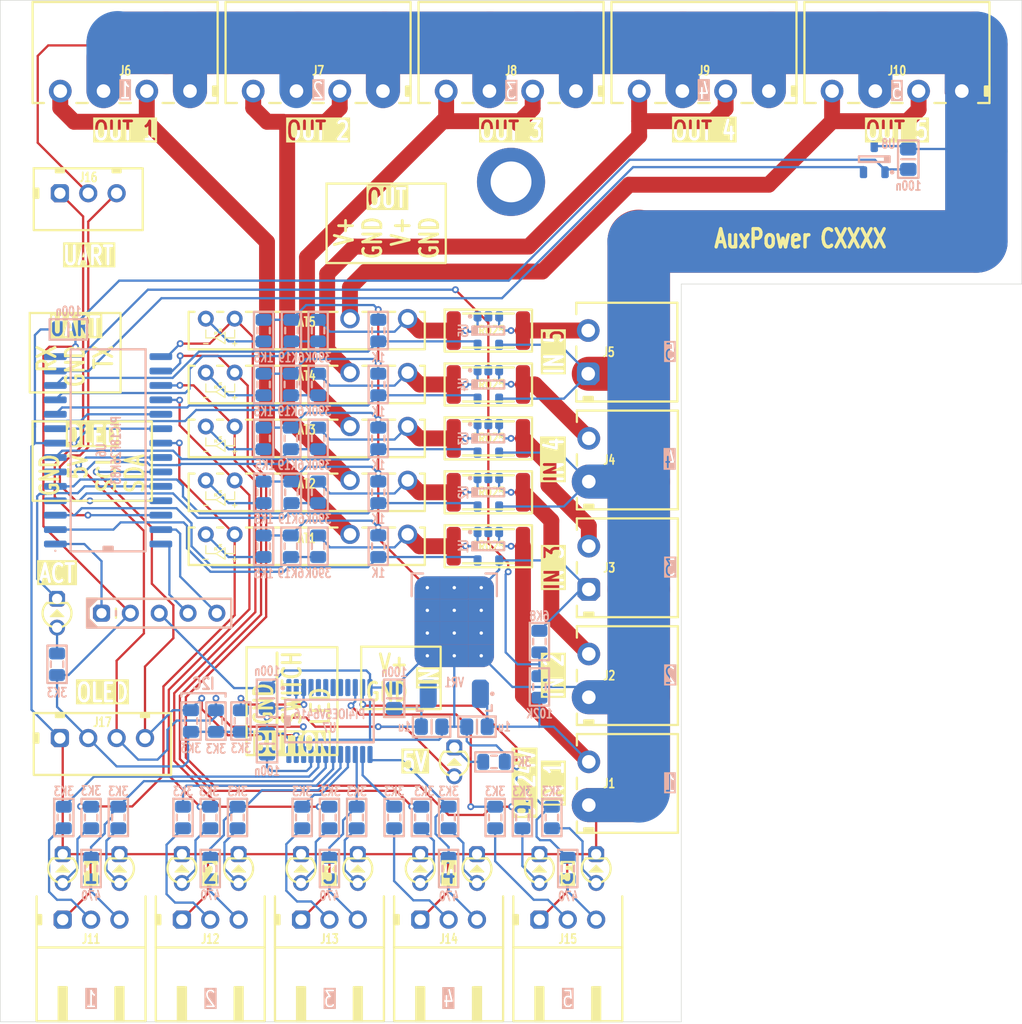
<source format=kicad_pcb>
(kicad_pcb (version 20241229) (generator "pcbnew") (generator_version "9.0")
  (layers (0 "F.Cu" signal) (2 "B.Cu" signal) (13 "F.Paste" user) (15 "B.Paste" user) (5 "F.SilkS" user "F.Silkscreen") (7 "B.SilkS" user "B.Silkscreen") (1 "F.Mask" user) (3 "B.Mask" user) (25 "Edge.Cuts" user))
  (net 0 "")
  (net 1 "GND")
  (net 2 "LED_BUTTON_INT_1")
  (net 3 "LED_BUTTON_INT_2")
  (net 4 "LED_BUTTON_INT_3")
  (net 5 "LED_BUTTON_INT_4")
  (net 6 "LED_BUTTON_INT_5")
  (net 7 "OUT_OUTPUT4")
  (net 8 "OUTPUT3")
  (net 9 "OUT_OUTPUT5")
  (net 10 "OUTPUT4")
  (net 11 "OUTPUT5")
  (net 12 "OUTPUT2")
  (net 13 "OUTPUT1")
  (net 14 "OUT_OUTPUT3")
  (net 15 "OUT_OUTPUT2")
  (net 16 "OUT_OUTPUT1")
  (net 17 "INPUT1")
  (net 18 "INPUT1'")
  (net 19 "INPUT2'")
  (net 20 "INPUT2")
  (net 21 "INPUT3")
  (net 22 "INPUT3'")
  (net 23 "INPUT4")
  (net 24 "INPUT4'")
  (net 25 "INPUT5")
  (net 26 "INPUT5'")
  (net 27 "BUTTON2_SWITCH")
  (net 28 "BUTTON2_LED")
  (net 29 "BUTTON1_LED")
  (net 30 "BUTTON1_SWITCH")
  (net 31 "IN_BUTTON1_SWITCH")
  (net 32 "OUT_BUTTON1_LED")
  (net 33 "OUT_BUTTON2_LED")
  (net 34 "IN_BUTTON2_SWITCH")
  (net 35 "BUTTON3_SWITCH")
  (net 36 "BUTTON3_LED")
  (net 37 "BUTTON4_SWITCH")
  (net 38 "BUTTON4_LED")
  (net 39 "BUTTON5_SWITCH")
  (net 40 "BUTTON5_LED")
  (net 41 "IN_BUTTON3_SWITCH")
  (net 42 "IN_BUTTON5_SWITCH")
  (net 43 "IN_BUTTON4_SWITCH")
  (net 44 "ADC_CURRENT5")
  (net 45 "ADC_VOLTAGE5")
  (net 46 "ADC_VOLTAGE1")
  (net 47 "ADC_CURRENT1")
  (net 48 "ADC_VOLTAGE4")
  (net 49 "ADC_VOLTAGE2")
  (net 50 "ADC_CURRENT2")
  (net 51 "ADC_CURRENT3")
  (net 52 "ADC_VOLTAGE3")
  (net 53 "ADC_CURRENT4")
  (net 54 "ADC_VOLTAGE_IN")
  (net 55 "5V")
  (net 56 "I2C_SCL")
  (net 57 "I2C_SDA")
  (net 58 "ICSP_VPP")
  (net 59 "ADC_TEMPERATURE")
  (net 60 "LED_POWER")
  (net 61 "LED_ACTIVITY")
  (net 62 "OUT_ACTIVITY")
  (net 63 "EXPANDER_RESET")
  (net 64 "OUT_BUTTON3_LED")
  (net 65 "OUT_BUTTON4_LED")
  (net 66 "OUT_BUTTON5_LED")
  (net 67 "UART_RX")
  (net 68 "UART_TX")
  (net 69 "ICSP_DAT")
  (net 70 "ICSP_CLK")
  (net 71 "OUT_OUTPUT1'")
  (net 72 "OUT_OUTPUT2'")
  (net 73 "OUT_OUTPUT3'")
  (net 74 "OUT_OUTPUT4'")
  (net 75 "OUT_OUTPUT5'")
  (net 76 "LED_OUTPUT4")
  (net 77 "LED_OUTPUT5")
  (net 78 "LED_OUTPUT3")
  (net 79 "LED_OUTPUT2")
  (net 80 "LED_OUTPUT1")
  (footprint "Medo64:AT PhotoMOS [AQZ202G] (SIP-4)" (layer "F.Cu") (at 42 57.3)
    (property "Reference" "AT2")
    (property "Value" "AQZ202G")
  )
  (footprint "Medo64:R (2512)" (layer "F.Cu") (at 58 44.1 180)
    (property "Reference" "R5" (hide yes))
    (property "Value" "0R025")
  )
  (footprint "Medo64:DS (D3.0)" (layer "F.Cu") (at 52 91.5 -90)
    (property "Reference" "DS9" (hide yes))
    (property "Value" "LED" (hide yes))
  )
  (footprint "Medo64:J Phoenix MC (4w)" (layer "F.Cu") (at 43 23 180)
    (property "Reference" "J7")
    (property "Value" "MC 1,5/4")
  )
  (footprint "Medo64:AT PhotoMOS [AQZ202G] (SIP-4)" (layer "F.Cu") (at 42 43.05)
    (property "Reference" "AT5")
    (property "Value" "AQZ202G")
  )
  (footprint "Medo64:R (2512)" (layer "F.Cu") (at 58 58.35 180)
    (property "Reference" "R2" (hide yes))
    (property "Value" "0R025")
  )
  (footprint "Medo64:R (2512)" (layer "F.Cu") (at 58 63.1 180)
    (property "Reference" "R1" (hide yes))
    (property "Value" "0R025")
  )
  (footprint "Medo64:DS (D3.0)" (layer "F.Cu") (at 46.5 91.5 -90)
    (property "Reference" "DS3" (hide yes))
    (property "Value" "LED" (hide yes))
  )
  (footprint "Medo64:R (2512)" (layer "F.Cu") (at 58 48.85 180)
    (property "Reference" "R4" (hide yes))
    (property "Value" "0R025")
  )
  (footprint "Medo64:J Phoenix MC (4w)" (layer "F.Cu") (at 94 23 180)
    (property "Reference" "J10")
    (property "Value" "MC 1,5/4")
  )
  (footprint "Medo64:DS (D3.0)" (layer "F.Cu") (at 67.5 91.5 -90)
    (property "Reference" "DS5" (hide yes))
    (property "Value" "LED" (hide yes))
  )
  (footprint "Medo64:J Phoenix MC (4w)" (layer "F.Cu") (at 60 23 180)
    (property "Reference" "J8")
    (property "Value" "MC 1,5/4")
  )
  (footprint "Medo64:DS (D3.0)" (layer "F.Cu") (at 20 69 -90)
    (property "Reference" "DS12" (hide yes))
    (property "Value" "LED" (hide yes))
  )
  (footprint "Medo64:ICSP PIC Pogo DS (5w)" (layer "F.Cu") (at 29 69)
    (property "Reference" "ICSP" (hide yes))
    (property "Value" "Microchip PIC" (hide yes))
  )
  (footprint "Medo64:DS (D3.0)" (layer "F.Cu") (at 41.5 91.5 -90)
    (property "Reference" "DS8" (hide yes))
    (property "Value" "LED" (hide yes))
  )
  (footprint "Medo64:J Phoenix MC (2w)" (layer "F.Cu") (at 66.85 65 90)
    (property "Reference" "J3")
    (property "Value" "MC 1,5/2")
  )
  (footprint "Medo64:AT PhotoMOS [AQZ202G] (SIP-4)" (layer "F.Cu") (at 42 62.05)
    (property "Reference" "AT1")
    (property "Value" "AQZ202G")
  )
  (footprint "Medo64:J JST XH S (3w)" (layer "F.Cu") (at 33.5 96)
    (property "Reference" "J12")
    (property "Value" "S3B-XH-A")
  )
  (footprint "Medo64:J JST XH S (3w)" (layer "F.Cu") (at 54.5 96)
    (property "Reference" "J14")
    (property "Value" "S3B-XH-A")
  )
  (footprint "Medo64:R (2512)" (layer "F.Cu") (at 58 53.6 180)
    (property "Reference" "R3" (hide yes))
    (property "Value" "0R025")
  )
  (footprint "Medo64:DS (D3.0)" (layer "F.Cu") (at 25.5 91.5 -90)
    (property "Reference" "DS1" (hide yes))
    (property "Value" "LED" (hide yes))
  )
  (footprint "Medo64:AT PhotoMOS [AQZ202G] (SIP-4)" (layer "F.Cu") (at 42 47.8)
    (property "Reference" "AT4")
    (property "Value" "AQZ202G")
  )
  (footprint "Medo64:J Phoenix MC (4w)" (layer "F.Cu") (at 77 23 180)
    (property "Reference" "J9")
    (property "Value" "MC 1,5/4")
  )
  (footprint "Medo64:DS (D3.0)" (layer "F.Cu") (at 36 91.5 -90)
    (property "Reference" "DS2" (hide yes))
    (property "Value" "LED" (hide yes))
  )
  (footprint "Medo64:J JST XH B [I2C] (4w)" (layer "F.Cu") (at 24 80)
    (property "Reference" "J17")
    (property "Value" "B4B-XH-A")
  )
  (footprint "Medo64:DS (D3.0)" (layer "F.Cu") (at 20.5 91.5 -90)
    (property "Reference" "DS6" (hide yes))
    (property "Value" "LED" (hide yes))
  )
  (footprint "Medo64:AY PhotoMOS [AQZ202G] (SIP-4)" (layer "F.Cu") (at 42 52.55)
    (property "Reference" "AT3")
    (property "Value" "AQZ202G")
  )
  (footprint "Medo64:MH M3" (layer "F.Cu") (at 60 31)
    (property "Reference" "MH1" (hide yes))
    (property "Value" "M3" (hide yes))
  )
  (footprint "Medo64:J JST XH S (3w)" (layer "F.Cu") (at 44 96)
    (property "Reference" "J13")
    (property "Value" "S3B-XH-A")
  )
  (footprint "Medo64:J JST XH S (3w)" (layer "F.Cu") (at 65 96)
    (property "Reference" "J15")
    (property "Value" "S3B-XH-A")
  )
  (footprint "Medo64:DS (D3.0)" (layer "F.Cu") (at 62.5 91.5 -90)
    (property "Reference" "DS10" (hide yes))
    (property "Value" "LED" (hide yes))
  )
  (footprint "Medo64:DS (D3.0)" (layer "F.Cu") (at 31 91.5 -90)
    (property "Reference" "DS7" (hide yes))
    (property "Value" "LED" (hide yes))
  )
  (footprint "Medo64:J Phoenix MC (2w)" (layer "F.Cu") (at 66.85 74.5 90)
    (property "Reference" "J2")
    (property "Value" "MC 1,5/2")
  )
  (footprint "Medo64:DS (D3.0)" (layer "F.Cu") (at 55 82.1 -90)
    (property "Reference" "DS11" (hide yes))
    (property "Value" "LED" (hide yes))
  )
  (footprint "Medo64:J JST XH S (3w)" (layer "F.Cu") (at 23 96)
    (property "Reference" "J11")
    (property "Value" "S3B-XH-A")
  )
  (footprint "Medo64:DS (D3.0)" (layer "F.Cu") (at 57 91.5 -90)
    (property "Reference" "DS4" (hide yes))
    (property "Value" "LED" (hide yes))
  )
  (footprint "Medo64:J Phoenix MC (2w)" (layer "F.Cu") (at 66.8 46 90)
    (property "Reference" "J5")
    (property "Value" "MC 1,5/2")
  )
  (footprint "Medo64:J Phoenix MC (2w)" (layer "F.Cu") (at 66.85 84 90)
    (property "Reference" "J1")
    (property "Value" "MC 1,5/2")
  )
  (footprint "Medo64:J Phoenix MC (2w)" (layer "F.Cu") (at 66.85 55.5 90)
    (property "Reference" "J4")
    (property "Value" "MC 1,5/2")
  )
  (footprint "Medo64:J JST XH B [UART] (3w)" (layer "F.Cu") (at 22.75 32)
    (property "Reference" "J16")
    (property "Value" "B3B-XH-A")
  )
  (footprint "Medo64:J Phoenix MC (4w)" (layer "F.Cu") (at 26 23 180)
    (property "Reference" "J6")
    (property "Value" "MC 1,5/4")
  )
  (footprint "Medo64:C (0805)" (layer "B.Cu") (at 57 79)
    (property "Reference" "C7" (hide yes))
    (property "Value" "1u")
  )
  (footprint "Medo64:R (0805)" (layer "B.Cu") (at 61 87 -90)
    (property "Reference" "R26" (hide yes))
    (property "Value" "3K3")
  )
  (footprint "Medo64:U CurrentMonitor [HV7801] (SOT23-5)" (layer "B.Cu") (at 58 63.1 -90)
    (property "Reference" "U1")
    (property "Value" "ZXCT1009" (hide yes))
  )
  (footprint "Medo64:C (0805)" (layer "B.Cu") (at 49.7 76.5 -90)
    (property "Reference" "C1" (hide yes))
    (property "Value" "100n")
  )
  (footprint "Medo64:R (0805)" (layer "B.Cu") (at 40.6 53.6 90)
    (property "Reference" "R43" (hide yes))
    (property "Value" "6K19")
  )
  (footprint "Medo64:R (0805)" (layer "B.Cu") (at 54.5 91.5 90)
    (property "Reference" "R9" (hide yes))
    (property "Value" "470")
  )
  (footprint "Medo64:R (0805)" (layer "B.Cu") (at 23 91.5 90)
    (property "Reference" "R6" (hide yes))
    (property "Value" "470")
  )
  (footprint "Medo64:R (0805)" (layer "B.Cu") (at 48.3 53.6 90)
    (property "Reference" "R13" (hide yes))
    (property "Value" "1K")
  )
  (footprint "Medo64:R (0805)" (layer "B.Cu") (at 43 44.1 -90)
    (property "Reference" "R52" (hide yes))
    (property "Value" "390K")
  )
  (footprint "Medo64:R (0805)" (layer "B.Cu") (at 38.2 63.1 90)
    (property "Reference" "R16" (hide yes))
    (property "Value" "1K5")
  )
  (footprint "Medo64:R (0805)" (layer "B.Cu") (at 38.2 58.35 -90)
    (property "Reference" "R17" (hide yes))
    (property "Value" "1K5")
  )
  (footprint "Medo64:R (0805)" (layer "B.Cu") (at 43 63.1 90)
    (property "Reference" "R48" (hide yes))
    (property "Value" "390K")
  )
  (footprint "Medo64:R (0805)" (layer "B.Cu") (at 25.4 87 90)
    (property "Reference" "R33" (hide yes))
    (property "Value" "3K3")
  )
  (footprint "Medo64:R (0805)" (layer "B.Cu") (at 23 87 -90)
    (property "Reference" "R22" (hide yes))
    (property "Value" "3K3")
  )
  (footprint "Medo64:R (0805)" (layer "B.Cu") (at 48.3 63.1 90)
    (property "Reference" "R11" (hide yes))
    (property "Value" "1K")
  )
  (footprint "Medo64:R (0805)" (layer "B.Cu") (at 52.1 87 -90)
    (property "Reference" "R25" (hide yes))
    (property "Value" "3K3")
  )
  (footprint "Medo64:R (0805)" (layer "B.Cu") (at 48.3 44.1 90)
    (property "Reference" "R15" (hide yes))
    (property "Value" "1K")
  )
  (footprint "Medo64:R (0805)" (layer "B.Cu") (at 43 58.35 -90)
    (property "Reference" "R49" (hide yes))
    (property "Value" "390K")
  )
  (footprint "Medo64:R (0805)" (layer "B.Cu") (at 40.6 48.85 90)
    (property "Reference" "R44" (hide yes))
    (property "Value" "6K19")
  )
  (footprint "Medo64:R (0805)" (layer "B.Cu") (at 48.3 48.85 90)
    (property "Reference" "R14" (hide yes))
    (property "Value" "1K")
  )
  (footprint "Medo64:R (0805)" (layer "B.Cu") (at 44 91.5 90)
    (property "Reference" "R8" (hide yes))
    (property "Value" "470")
  )
  (footprint "Medo64:R (0805)" (layer "B.Cu") (at 36.2 78.5 -90)
    (property "Reference" "R21" (hide yes))
    (property "Value" "3K3")
  )
  (footprint "Medo64:R (0805)" (layer "B.Cu") (at 33.5 87 -90)
    (property "Reference" "R23" (hide yes))
    (property "Value" "3K3")
  )
  (footprint "Medo64:R (0805)" (layer "B.Cu") (at 46.4 87 90)
    (property "Reference" "R28" (hide yes))
    (property "Value" "3K3")
  )
  (footprint "Medo64:R (0805)" (layer "B.Cu") (at 35.9 87 90)
    (property "Reference" "R27" (hide yes))
    (property "Value" "3K3")
  )
  (footprint "Medo64:VR Linear 5V 1000mA [AS7805ADTR-G1] (TO252-2')" (layer "B.Cu") (at 55 76.1 180)
    (property "Reference" "VR1")
    (property "Value" "AS7805ADTR" (hide yes))
  )
  (footprint "Medo64:R (0805)" (layer "B.Cu") (at 20.6 87 90)
    (property "Reference" "R34" (hide yes))
    (property "Value" "3K3")
  )
  (footprint "Medo64:R (0805)" (layer "B.Cu") (at 34 78.5 -90)
    (property "Reference" "R40" (hide yes))
    (property "Value" "3K3")
  )
  (footprint "Medo64:R (0805)" (layer "B.Cu") (at 31.8 78.5 -90)
    (property "Reference" "R39" (hide yes))
    (property "Value" "3K3")
  )
  (footprint "Medo64:U Micro [PIC18F26K83] (SOIC-28)" (layer "B.Cu") (at 24.5 54.65)
    (property "Reference" "U6")
    (property "Value" "PIC18F26K83")
  )
  (footprint "Medo64:C (0805)" (layer "B.Cu") (at 21 44 180)
    (property "Reference" "C5" (hide yes))
    (property "Value" "100n")
  )
  (footprint "Medo64:R (0805)" (layer "B.Cu") (at 33.5 91.5 90)
    (property "Reference" "R7" (hide yes))
    (property "Value" "470")
  )
  (footprint "Medo64:C (0805)" (layer "B.Cu") (at 38.5 80.5 -90)
    (property "Reference" "C2" (hide yes))
    (property "Value" "100n")
  )
  (footprint "Medo64:U Expander I2C [PI4IOE5V6416LEX] (TSSOP-24)" (layer "B.Cu") (at 44 78.5 -90)
    (property "Reference" "U7")
    (property "Value" "PI4IOE5V6416")
  )
  (footprint "Medo64:C (0805)" (layer "B.Cu") (at 38.5 76.5 90)
    (property "Reference" "C3" (hide yes))
    (property "Value" "100n")
  )
  (footprint "Medo64:R (0805)" (layer "B.Cu") (at 63.6 87 90)
    (property "Reference" "R30" (hide yes))
    (property "Value" "3K3")
  )
  (footprint "Medo64:U Temperature Analog [MCP9701] (SOT23-3)" (layer "B.Cu") (at 92 29 180)
    (property "Reference" "U8")
    (property "Value" "MCP9701" (hide yes))
  )
  (footprint "Medo64:R (0805)" (layer "B.Cu") (at 44 87 -90)
    (property "Reference" "R24" (hide yes))
    (property "Value" "3K3")
  )
  (footprint "Medo64:R (0805)" (layer "B.Cu") (at 20 73.5 -90)
    (property "Reference" "R32" (hide yes))
    (property "Value" "3K3")
  )
  (footprint "Medo64:R (0805)" (layer "B.Cu") (at 40.65 44.1 90)
    (property "Reference" "R45" (hide yes))
    (property "Value" "6K19")
  )
  (footprint "Medo64:R (0805)" (layer "B.Cu") (at 49.7 87 90)
    (property "Reference" "R37" (hide yes))
    (property "Value" "3K3")
  )
  (footprint "Medo64:R (0805)" (layer "B.Cu") (at 38.2 53.6 -90)
    (property "Reference" "R18" (hide yes))
    (property "Value" "1K5")
  )
  (footprint "Medo64:R (0805)" (layer "B.Cu") (at 31.1 87 90)
    (property "Reference" "R35" (hide yes))
    (property "Value" "3K3")
  )
  (footprint "Medo64:R (0805)" (layer "B.Cu") (at 40.6 63.1 90)
    (property "Reference" "R41" (hide yes))
    (property "Value" "6K19")
  )
  (footprint "Medo64:R (0805)" (layer "B.Cu") (at 38.2 48.85 -90)
    (property "Reference" "R19" (hide yes))
    (property "Value" "1K5")
  )
  (footprint "Medo64:R (0805)" (layer "B.Cu") (at 38.2 44.1 -90)
    (property "Reference" "R20" (hide yes))
    (property "Value" "1K5")
  )
  (footprint "Medo64:R (0805)" (layer "B.Cu") (at 43 48.85 -90)
    (property "Reference" "R51" (hide yes))
    (property "Value" "390K")
  )
  (footprint "Medo64:U CurrentMonitor [HV7801] (SOT23-5)" (layer "B.Cu") (at 58 48.85 -90)
    (property "Reference" "U4")
    (property "Value" "ZXCT1009" (hide yes))
  )
  (footprint "Medo64:R (0805)" (layer "B.Cu") (at 48.3 58.35 90)
    (property "Reference" "R12" (hide yes))
    (property "Value" "1K")
  )
  (footprint "Medo64:R (0805)" (layer "B.Cu") (at 62.5 75.5 90)
    (property "Reference" "R47" (hide yes))
    (property "Value" "102K")
  )
  (footprint "Medo64:R (0805)" (layer "B.Cu") (at 43 53.6 -90)
    (property "Reference" "R50" (hide yes))
    (property "Value" "390K")
  )
  (footprint "Medo64:C (0805)" (layer "B.Cu") (at 95 29 90)
    (property "Reference" "C4" (hide yes))
    (property "Value" "100n")
  )
  (footprint "Medo64:U CurrentMonitor [HV7801] (SOT23-5)" (layer "B.Cu") (at 58 53.6 -90)
    (property "Reference" "U3")
    (property "Value" "ZXCT1009" (hide yes))
  )
  (footprint "Medo64:R (0805)" (layer "B.Cu") (at 41.6 87 90)
    (property "Reference" "R36" (hide yes))
    (property "Value" "3K3")
  )
  (footprint "Medo64:R (0805)" (layer "B.Cu") (at 58.5 82.1 180)
    (property "Reference" "R31" (hide yes))
    (property "Value" "3K3")
  )
  (footprint "Medo64:R (0805)" (layer "B.Cu") (at 62.5 71.5 90)
    (property "Reference" "R46" (hide yes))
    (property "Value" "6K8")
  )
  (footprint "Medo64:R (0805)" (layer "B.Cu") (at 58.6 87 90)
    (property "Reference" "R38" (hide yes))
    (property "Value" "3K3")
  )
  (footprint "Medo64:R (0805)" (layer "B.Cu") (at 54.5 87 90)
    (property "Reference" "R29" (hide yes))
    (property "Value" "3K3")
  )
  (footprint "Medo64:R (0805)" (layer "B.Cu") (at 65 91.5 90)
    (property "Reference" "R10" (hide yes))
    (property "Value" "470")
  )
  (footprint "Medo64:U CurrentMonitor [HV7801] (SOT23-5)" (layer "B.Cu") (at 58 58.35 -90)
    (property "Reference" "U2")
    (property "Value" "ZXCT1009" (hide yes))
  )
  (footprint "Medo64:R (0805)" (layer "B.Cu") (at 40.65 58.35 90)
    (property "Reference" "R42" (hide yes))
    (property "Value" "6K19")
  )
  (footprint "Medo64:C (0805)" (layer "B.Cu") (at 53 79 180)
    (property "Reference" "C6" (hide yes))
    (property "Value" "1u")
  )
  (footprint "Medo64:U CurrentMonitor [HV7801] (SOT23-5)" (layer "B.Cu") (at 58 44.1 -90)
    (property "Reference" "U5")
    (property "Value" "ZXCT1009" (hide yes))
  )
  (gr_rect (start 17.85 52.1) (end 28.35 59.1) (stroke (width 0.2)) (fill no) (layer "F.SilkS"))
  (gr_rect (start 43.75 31.15) (end 54.25 38.15) (stroke (width 0.2)) (fill no) (layer "F.SilkS"))
  (gr_rect (start 46.8 71.95) (end 53.8 77.45) (stroke (width 0.2)) (fill no) (layer "F.SilkS"))
  (gr_rect (start 36.7 72) (end 44.7 81.5) (stroke (width 0.2)) (fill no) (layer "F.SilkS"))
  (gr_rect (start 17.6 42.55) (end 25.6 49.55) (stroke (width 0.2)) (fill no) (layer "F.SilkS"))
  (gr_line (start 30.95 76.05) (end 30.95 76.35) (stroke (width 0.2)) (layer "B.SilkS"))
  (gr_line (start 34.85 76.05) (end 34.85 76.35) (stroke (width 0.2)) (layer "B.SilkS"))
  (gr_line (start 30.95 76.05) (end 34.85 76.05) (stroke (width 0.2)) (layer "B.SilkS"))
  (gr_line (start 75 40) (end 75 105) (stroke (width 0.05)) (layer "Edge.Cuts"))
  (gr_line (start 105 15) (end 105 40) (stroke (width 0.05)) (layer "Edge.Cuts"))
  (gr_line (start 15 15) (end 15 105) (stroke (width 0.05)) (layer "Edge.Cuts"))
  (gr_line (start 15 105) (end 75 105) (stroke (width 0.05)) (layer "Edge.Cuts"))
  (gr_line (start 15 15) (end 105 15) (stroke (width 0.05)) (layer "Edge.Cuts"))
  (gr_line (start 75 40) (end 105 40) (stroke (width 0.05)) (layer "Edge.Cuts"))
  (gr_text "OUT 5" (at 94 26.5 0) (layer "F.SilkS" knockout) (effects (font (size 1.6 1.2) (thickness 0.25) (bold yes))))
  (gr_text "GND" (at 19.35 54.85 90) (layer "F.SilkS") (effects (font (size 1.6 1.2) (thickness 0.25) (bold yes)) (justify right)))
  (gr_text "LED" (at 43.2 79 90) (layer "F.SilkS") (effects (font (size 1.6 1.2) (thickness 0.25) (bold yes)) (justify left)))
  (gr_text "SCL" (at 24.35 54.85 90) (layer "F.SilkS") (effects (font (size 1.6 1.2) (thickness 0.25) (bold yes)) (justify right)))
  (gr_text "V+" (at 45.3 33.95 90) (layer "F.SilkS") (effects (font (size 1.6 1.2) (thickness 0.25) (bold yes)) (justify right)))
  (gr_text "IN 2" (at 63.8 74.5 90) (layer "F.SilkS" knockout) (effects (font (size 1.6 1.2) (thickness 0.25) (bold yes))))
  (gr_text "~{SWITCH}" (at 40.7 79 90) (layer "F.SilkS") (effects (font (size 1.6 1.2) (thickness 0.25) (bold yes)) (justify left)))
  (gr_text "4" (at 54.5 92 0) (layer "F.SilkS" knockout) (effects (font (size 1.6 1.2) (thickness 0.25) (bold yes))))
  (gr_text "9-24V" (at 61.3 84 90) (layer "F.SilkS" knockout) (effects (font (size 1.6 1.2) (thickness 0.25) (bold yes))))
  (gr_text "OUT 4" (at 77 26.5 0) (layer "F.SilkS" knockout) (effects (font (size 1.6 1.2) (thickness 0.25) (bold yes))))
  (gr_text "V+" (at 51.05 73.45 0) (layer "F.SilkS") (effects (font (size 1.6 1.2) (thickness 0.25) (bold yes)) (justify right)))
  (gr_text "GND" (at 47.8 33.95 90) (layer "F.SilkS") (effects (font (size 1.6 1.2) (thickness 0.25) (bold yes)) (justify right)))
  (gr_text "AuxPower CXXXX" (at 85.5 36 0) (layer "F.SilkS") (effects (font (size 1.6 1.2) (thickness 0.3) (bold yes))))
  (gr_text "TX" (at 24.1 45.25 90) (layer "F.SilkS") (effects (font (size 1.6 1.2) (thickness 0.25) (bold yes)) (justify right)))
  (gr_text "1" (at 23 92 0) (layer "F.SilkS" knockout) (effects (font (size 1.6 1.2) (thickness 0.25) (bold yes))))
  (gr_text "OUT" (at 49.05 32.45 0) (layer "F.SilkS" knockout) (effects (font (size 1.6 1.2) (thickness 0.25) (bold yes))))
  (gr_text "GND" (at 52.8 33.95 90) (layer "F.SilkS") (effects (font (size 1.6 1.2) (thickness 0.25) (bold yes)) (justify right)))
  (gr_text "OUT 3" (at 60 26.5 0) (layer "F.SilkS" knockout) (effects (font (size 1.6 1.2) (thickness 0.25) (bold yes))))
  (gr_text "UART" (at 21.6 43.75 0) (layer "F.SilkS" knockout) (effects (font (size 1.6 1.2) (thickness 0.25) (bold yes))))
  (gr_text "3" (at 44 92 0) (layer "F.SilkS" knockout) (effects (font (size 1.6 1.2) (thickness 0.25) (bold yes))))
  (gr_text "OUT 2" (at 43 26.5 0) (layer "F.SilkS" knockout) (effects (font (size 1.6 1.2) (thickness 0.25) (bold yes))))
  (gr_text "UART" (at 22.75 37.5 0) (layer "F.SilkS" knockout) (effects (font (size 1.6 1.2) (thickness 0.25) (bold yes))))
  (gr_text "BUTTON" (at 40.7 80.5 0) (layer "F.SilkS" knockout) (effects (font (size 1.6 1.2) (thickness 0.25) (bold yes))))
  (gr_text "IN 5" (at 63.8 46 90) (layer "F.SilkS" knockout) (effects (font (size 1.6 1.2) (thickness 0.25) (bold yes))))
  (gr_text "GND" (at 51.05 75.95 0) (layer "F.SilkS") (effects (font (size 1.6 1.2) (thickness 0.25) (bold yes)) (justify right)))
  (gr_text "ACT" (at 20 65.5 0) (layer "F.SilkS" knockout) (effects (font (size 1.6 1.2) (thickness 0.25) (bold yes))))
  (gr_text "OUT 1" (at 26 26.5 0) (layer "F.SilkS" knockout) (effects (font (size 1.6 1.2) (thickness 0.25) (bold yes))))
  (gr_text "IN" (at 52.8 74.7 90) (layer "F.SilkS" knockout) (effects (font (size 1.6 1.2) (thickness 0.25) (bold yes))))
  (gr_text "IN 3" (at 63.8 65 90) (layer "F.SilkS" knockout) (effects (font (size 1.6 1.2) (thickness 0.25) (bold yes))))
  (gr_text "IN 4" (at 63.8 55.5 90) (layer "F.SilkS" knockout) (effects (font (size 1.6 1.2) (thickness 0.25) (bold yes))))
  (gr_text "GND" (at 21.6 45.25 90) (layer "F.SilkS") (effects (font (size 1.6 1.2) (thickness 0.25) (bold yes)) (justify right)))
  (gr_text "SDA" (at 26.85 54.85 90) (layer "F.SilkS") (effects (font (size 1.6 1.2) (thickness 0.25) (bold yes)) (justify right)))
  (gr_text "5" (at 65 92 0) (layer "F.SilkS" knockout) (effects (font (size 1.6 1.2) (thickness 0.25) (bold yes))))
  (gr_text "5V" (at 51.5 82.1 0) (layer "F.SilkS" knockout) (effects (font (size 1.6 1.2) (thickness 0.25) (bold yes))))
  (gr_text "2" (at 33.5 92 0) (layer "F.SilkS" knockout) (effects (font (size 1.6 1.2) (thickness 0.25) (bold yes))))
  (gr_text "OLED" (at 24 76 0) (layer "F.SilkS" knockout) (effects (font (size 1.6 1.2) (thickness 0.25) (bold yes))))
  (gr_text "5V" (at 21.85 54.85 90) (layer "F.SilkS") (effects (font (size 1.6 1.2) (thickness 0.25) (bold yes)) (justify right)))
  (gr_text "RX" (at 19.1 45.25 90) (layer "F.SilkS") (effects (font (size 1.6 1.2) (thickness 0.25) (bold yes)) (justify right)))
  (gr_text "OLED" (at 23.1 53.35 0) (layer "F.SilkS" knockout) (effects (font (size 1.6 1.2) (thickness 0.25) (bold yes))))
  (gr_text "IN 1" (at 63.8 84 90) (layer "F.SilkS" knockout) (effects (font (size 1.6 1.2) (thickness 0.25) (bold yes))))
  (gr_text "GND" (at 38.2 79 90) (layer "F.SilkS") (effects (font (size 1.6 1.2) (thickness 0.25) (bold yes)) (justify left)))
  (gr_text "V+" (at 50.3 33.95 90) (layer "F.SilkS") (effects (font (size 1.6 1.2) (thickness 0.25) (bold yes)) (justify right)))
  (gr_text "3" (at 60 23 0) (layer "B.SilkS" knockout) (effects (font (size 1.4 1) (thickness 0.15) (bold yes)) (justify mirror)))
  (gr_text "2" (at 43 22.95 0) (layer "B.SilkS" knockout) (effects (font (size 1.4 1) (thickness 0.15) (bold yes)) (justify mirror)))
  (gr_text "5" (at 65 103 0) (layer "B.SilkS" knockout) (effects (font (size 1.4 1) (thickness 0.15) (bold yes)) (justify mirror)))
  (gr_text "4" (at 54.5 103 0) (layer "B.SilkS" knockout) (effects (font (size 1.4 1) (thickness 0.15) (bold yes)) (justify mirror)))
  (gr_text "5" (at 74 46 0) (layer "B.SilkS" knockout) (effects (font (size 1.4 1) (thickness 0.15) (bold yes)) (justify mirror)))
  (gr_text "2" (at 33.5 103 0) (layer "B.SilkS" knockout) (effects (font (size 1.4 1) (thickness 0.15) (bold yes)) (justify mirror)))
  (gr_text "I2C" (at 32.9 75.8 0) (layer "B.SilkS") (effects (font (size 1 0.8) (thickness 0.2) (bold yes)) (justify bottom mirror)))
  (gr_text "1" (at 23 103 0) (layer "B.SilkS" knockout) (effects (font (size 1.4 1) (thickness 0.15) (bold yes)) (justify mirror)))
  (gr_text "4" (at 74 55.5 0) (layer "B.SilkS" knockout) (effects (font (size 1.4 1) (thickness 0.15) (bold yes)) (justify mirror)))
  (gr_text "1" (at 74 84 0) (layer "B.SilkS" knockout) (effects (font (size 1.4 1) (thickness 0.15) (bold yes)) (justify mirror)))
  (gr_text "5" (at 94 23 0) (layer "B.SilkS" knockout) (effects (font (size 1.4 1) (thickness 0.15) (bold yes)) (justify mirror)))
  (gr_text "4" (at 77 23 0) (layer "B.SilkS" knockout) (effects (font (size 1.4 1) (thickness 0.15) (bold yes)) (justify mirror)))
  (gr_text "3" (at 44 103 0) (layer "B.SilkS" knockout) (effects (font (size 1.4 1) (thickness 0.15) (bold yes)) (justify mirror)))
  (gr_text "1" (at 26 22.95 0) (layer "B.SilkS" knockout) (effects (font (size 1.4 1) (thickness 0.15) (bold yes)) (justify mirror)))
  (gr_text "3" (at 74 65 0) (layer "B.SilkS" knockout) (effects (font (size 1.4 1) (thickness 0.15) (bold yes)) (justify mirror)))
  (gr_text "2" (at 74 74.5 0) (layer "B.SilkS" knockout) (effects (font (size 1.4 1) (thickness 0.15) (bold yes)) (justify mirror)))
  (segment (start 20.5 96) (end 22.95 93.55) (width 0.2) (layer "F.Cu") (net 1))
  (segment (start 48.3 56.675) (end 48.3 61.425) (width 0.2) (layer "F.Cu") (net 1))
  (segment (start 67.5 90.23) (end 64.95 90.23) (width 0.2) (layer "F.Cu") (net 1))
  (segment (start 22.75 32) (end 18.3 27.55) (width 0.2) (layer "F.Cu") (net 1))
  (segment (start 58.095 18.805) (end 58.15 18.75) (width 3) (layer "F.Cu") (net 1))
  (segment (start 20.5 90.23) (end 22.95 90.23) (width 0.2) (layer "F.Cu") (net 1))
  (segment (start 48.715 23) (end 48.715 19.085) (width 3) (layer "F.Cu") (net 1))
  (segment (start 66.855 85.9) (end 71.5475 85.9) (width 3) (layer "F.Cu") (net 1))
  (segment (start 71.25 57.4) (end 71.25 36.2) (width 5.5) (layer "F.Cu") (net 1))
  (segment (start 58.095 23) (end 58.095 18.805) (width 3) (layer "F.Cu") (net 1))
  (segment (start 22.95 93.55) (end 22.95 90.23) (width 0.2) (layer "F.Cu") (net 1))
  (segment (start 41.25 18.75) (end 48.85 18.75) (width 5.5) (layer "F.Cu") (net 1))
  (segment (start 33.3 90.23) (end 36 90.23) (width 0.2) (layer "F.Cu") (net 1))
  (segment (start 70.545 76.405) (end 70.6 76.35) (width 0.2) (layer "F.Cu") (net 1))
  (segment (start 101 18.9) (end 100.85 18.75) (width 5.5) (layer "F.Cu") (net 1))
  (segment (start 41.095 19.205) (end 41.25 19.05) (width 3) (layer "F.Cu") (net 1))
  (segment (start 48.3 47) (end 48.3 51.925) (width 0.2) (layer "F.Cu") (net 1))
  (segment (start 82.95 18.75) (end 92.925002 18.75) (width 5.5) (layer "F.Cu") (net 1))
  (segment (start 48.85 18.75) (end 58.15 18.75) (width 5.5) (layer "F.Cu") (net 1))
  (segment (start 92.095 19.880002) (end 92.095 23) (width 3) (layer "F.Cu") (net 1))
  (segment (start 65.715 19.235) (end 65.9 19.05) (width 3) (layer "F.Cu") (net 1))
  (segment (start 24.095 23) (end 24.095 20.005) (width 3) (layer "F.Cu") (net 1))
  (segment (start 20.5 90.23) (end 20.5 80.25) (width 0.2) (layer "F.Cu") (net 1))
  (segment (start 100.85 18.75) (end 92.488501 18.75) (width 5.5) (layer "F.Cu") (net 1))
  (segment (start 25.35 18.75) (end 29.625 18.75) (width 5.5) (layer "F.Cu") (net 1))
  (segment (start 52 96) (end 54.45 93.55) (width 0.2) (layer "F.Cu") (net 1))
  (segment (start 41.5 90.23) (end 44 90.23) (width 0.2) (layer "F.Cu") (net 1))
  (segment (start 62.5 96) (end 64.95 93.55) (width 0.2) (layer "F.Cu") (net 1))
  (segment (start 33.3 93.7) (end 33.3 90.23) (width 0.2) (layer "F.Cu") (net 1))
  (segment (start 54.45 93.55) (end 54.45 90.23) (width 0.2) (layer "F.Cu") (net 1))
  (segment (start 58.15 18.75) (end 65.9 18.75) (width 5.5) (layer "F.Cu") (net 1))
  (segment (start 31 90.23) (end 33.3 90.23) (width 0.2) (layer "F.Cu") (net 1))
  (segment (start 101 36.25) (end 101 18.9) (width 5.5) (layer "F.Cu") (net 1))
  (segment (start 62.5 90.23) (end 57 90.23) (width 0.2) (layer "F.Cu") (net 1))
  (segment (start 64.95 90.23) (end 62.5 90.23) (width 0.2) (layer "F.Cu") (net 1))
  (segment (start 31.715 19.935) (end 32.6 19.05) (width 3) (layer "F.Cu") (net 1))
  (segment (start 57 90.23) (end 54.45 90.23) (width 0.2) (layer "F.Cu") (net 1))
  (segment (start 66.85 85.905) (end 66.855 85.9) (width 3) (layer "F.Cu") (net 1))
  (segment (start 31 96) (end 33.3 93.7) (width 0.2) (layer "F.Cu") (net 1))
  (segment (start 66.85 57.405) (end 71.25 57.405) (width 3) (layer "F.Cu") (net 1))
  (segment (start 71.25 57.405) (end 71.25 66.905002) (width 5.5) (layer "F.Cu") (net 1))
  (segment (start 36 90.23) (end 41.5 90.23) (width 0.2) (layer "F.Cu") (net 1))
  (segment (start 54.45 90.23) (end 52 90.23) (width 0.2) (layer "F.Cu") (net 1))
  (segment (start 48.3 61.425) (end 48.3 62.425) (width 0.2) (layer "F.Cu") (net 1))
  (segment (start 75.095 23) (end 75.095 19.105) (width 3) (layer "F.Cu") (net 1))
  (segment (start 41.095 22.798) (end 41.095 19.205) (width 3) (layer "F.Cu") (net 1))
  (segment (start 71.25 36.25) (end 100.65 36.25) (width 5.5) (layer "F.Cu") (net 1))
  (segment (start 82.715 19.285) (end 82.95 19.05) (width 3) (layer "F.Cu") (net 1))
  (segment (start 41.5 96) (end 44 93.5) (width 0.2) (layer "F.Cu") (net 1))
  (segment (start 48.3 42.25) (end 48.3 47) (width 0.2) (layer "F.Cu") (net 1))
  (segment (start 48.715 19.085) (end 48.8 19) (width 3) (layer "F.Cu") (net 1))
  (segment (start 44 90.23) (end 46.5 90.23) (width 0.2) (layer "F.Cu") (net 1))
  (segment (start 99.714998 22.999998) (end 99.714998 18.95) (width 3) (layer "F.Cu") (net 1))
  (segment (start 71.25 76.35) (end 71.25 66.905002) (width 5.5) (layer "F.Cu") (net 1))
  (segment (start 99.715 23) (end 99.714998 22.999998) (width 3) (layer "F.Cu") (net 1))
  (segment (start 64.95 93.55) (end 64.95 90.23) (width 0.2) (layer "F.Cu") (net 1))
  (segment (start 31 90.23) (end 25.5 90.23) (width 0.2) (layer "F.Cu") (net 1))
  (segment (start 92.925002 19.05) (end 92.095 19.880002) (width 3) (layer "F.Cu") (net 1))
  (segment (start 48.3 62.425) (end 52.625 66.75) (width 0.2) (layer "F.Cu") (net 1))
  (segment (start 18.3 27.55) (end 18.3 19.9) (width 0.2) (layer "F.Cu") (net 1))
  (segment (start 24.095 20.005) (end 25.35 18.75) (width 0.2) (layer "F.Cu") (net 1))
  (segment (start 52 90.23) (end 46.5 90.23) (width 0.2) (layer "F.Cu") (net 1))
  (segment (start 67.5 90.23) (end 67.5 86.555) (width 0.2) (layer "F.Cu") (net 1))
  (segment (start 44 93.5) (end 44 90.23) (width 0.2) (layer "F.Cu") (net 1))
  (segment (start 75.095 19.105) (end 75.15 19.05) (width 3) (layer "F.Cu") (net 1))
  (segment (start 32.6 18.75) (end 41.25 18.75) (width 5.5) (layer "F.Cu") (net 1))
  (segment (start 82.715 23) (end 82.715 19.285) (width 3) (layer "F.Cu") (net 1))
  (segment (start 65.9 18.75) (end 75.15 18.75) (width 5.5) (layer "F.Cu") (net 1))
  (segment (start 71.25 84.65) (end 71.25 75.095) (width 5.5) (layer "F.Cu") (net 1))
  (segment (start 75.15 18.75) (end 82.95 18.75) (width 5.5) (layer "F.Cu") (net 1))
  (segment (start 24.015 18.975) (end 24.095 19.055) (width 0.2) (layer "F.Cu") (net 1))
  (segment (start 18.3 19.9) (end 19.225 18.975) (width 0.2) (layer "F.Cu") (net 1))
  (segment (start 66.85 76.405) (end 70.545 76.405) (width 3) (layer "F.Cu") (net 1))
  (segment (start 22.95 90.23) (end 25.5 90.23) (width 0.2) (layer "F.Cu") (net 1))
  (segment (start 48.3 51.925) (end 48.3 56.675) (width 0.2) (layer "F.Cu") (net 1))
  (segment (start 29.625 18.75) (end 33.65 18.75) (width 5.5) (layer "F.Cu") (net 1))
  (segment (start 31.715 23) (end 31.715 19.935) (width 3) (layer "F.Cu") (net 1))
  (segment (start 19.225 18.975) (end 24.015 18.975) (width 0.2) (layer "F.Cu") (net 1))
  (segment (start 65.715 23) (end 65.715 19.235) (width 3) (layer "F.Cu") (net 1))
  (segment (start 70.6 47.905) (end 66.849998 47.905) (width 3) (layer "F.Cu") (net 1))
  (via (at 48.3 61.425) (size 0.6) (drill 0.3) (layers "F.Cu" "B.Cu") (net 1))
  (via (at 48.3 47) (size 0.6) (drill 0.3) (layers "F.Cu" "B.Cu") (net 1))
  (via (at 48.3 56.675) (size 0.6) (drill 0.3) (layers "F.Cu" "B.Cu") (net 1))
  (via (at 48.3 51.925) (size 0.6) (drill 0.3) (layers "F.Cu" "B.Cu") (net 1))
  (via (at 48.3 42.25) (size 0.6) (drill 0.3) (layers "F.Cu" "B.Cu") (net 1))
  (segment (start 75.095 23) (end 75.095 19.155) (width 3) (layer "B.Cu") (net 1))
  (segment (start 40.05 74.05) (end 47.25 74.05) (width 0.2) (layer "B.Cu") (net 1))
  (segment (start 25.4 18.75) (end 25.35 18.7) (width 5.5) (layer "B.Cu") (net 1))
  (segment (start 47.575 74.375) (end 47.575 75.55) (width 0.2) (layer "B.Cu") (net 1))
  (segment (start 56.1 80.275) (end 56.475 80.65) (width 0.2) (layer "B.Cu") (net 1))
  (segment (start 56.1 79) (end 56.1 80.275) (width 0.2) (layer "B.Cu") (net 1))
  (segment (start 31.665 18.6) (end 31.715 18.55) (width 3) (layer "B.Cu") (net 1))
  (segment (start 29.15 51.475) (end 22.675 51.475) (width 0.2) (layer "B.Cu") (net 1))
  (segment (start 49.7 75.575) (end 52.625 72.65) (width 0.2) (layer "B.Cu") (net 1))
  (segment (start 24.095 23) (end 24.095 18.805) (width 3) (layer "B.Cu") (net 1))
  (segment (start 58.95 64.35) (end 58.95 65.175) (width 0.2) (layer "B.Cu") (net 1))
  (segment (start 58.95 54.85) (end 64.295 54.85) (width 0.2) (layer "B.Cu") (net 1))
  (segment (start 58.7 80.65) (end 59.45 81.4) (width 0.2) (layer "B.Cu") (net 1))
  (segment (start 22.1 52.05) (end 20.916968 52.05) (width 0.2) (layer "B.Cu") (net 1))
  (segment (start 47.725 51.35) (end 48.3 51.925) (width 0.2) (layer "B.Cu") (net 1))
  (segment (start 40.6 52.65) (end 41.9 51.35) (width 0.2) (layer "B.Cu") (net 1))
  (segment (start 53.9 79.9) (end 53.65 80.15) (width 0.2) (layer "B.Cu") (net 1))
  (segment (start 47.575 75.55) (end 47.575 80.125) (width 0.2) (layer "B.Cu") (net 1))
  (segment (start 66.85 76.405) (end 70.6 76.405) (width 3) (layer "B.Cu") (net 1))
  (segment (start 82.715 23) (end 82.715 19.215) (width 3) (layer "B.Cu") (net 1))
  (segment (start 20.916968 52.05) (end 20.890968 52.076) (width 0.2) (layer "B.Cu") (net 1))
  (segment (start 40.6 47.9) (end 41.9 46.6) (width 0.2) (layer "B.Cu") (net 1))
  (segment (start 65.715 23) (end 65.715 19.265) (width 3) (layer "B.Cu") (net 1))
  (segment (start 38.85 82.9) (end 38.5 82.55) (width 0.2) (layer "B.Cu") (net 1))
  (segment (start 47.9 46.6) (end 48.3 47) (width 0.2) (layer "B.Cu") (net 1))
  (segment (start 64.295 54.85) (end 66.85 57.405) (width 0.2) (layer "B.Cu") (net 1))
  (segment (start 41.095 19.05) (end 41.095 23) (width 3) (layer "B.Cu") (net 1))
  (segment (start 48.3 57.4) (end 48.3 56.675) (width 0.2) (layer "B.Cu") (net 1))
  (segment (start 47.725 56.1) (end 48.3 56.675) (width 0.2) (layer "B.Cu") (net 1))
  (segment (start 47.575 80.125) (end 47.55 80.15) (width 0.2) (layer "B.Cu") (net 1))
  (segment (start 101 28.3) (end 101 18.75) (width 5.5) (layer "B.Cu") (net 1))
  (segment (start 48.3 52.65) (end 48.3 51.925) (width 0.2) (layer "B.Cu") (net 1))
  (segment (start 40.65 57.4) (end 41.95 56.1) (width 0.2) (layer "B.Cu") (net 1))
  (segment (start 42 82.9) (end 38.85 82.9) (width 0.2) (layer "B.Cu") (net 1))
  (segment (start 41.9 60.85) (end 47.725 60.85) (width 0.2) (layer "B.Cu") (net 1))
  (segment (start 64.655 50.1) (end 66.85 47.905) (width 0.2) (layer "B.Cu") (net 1))
  (segment (start 65.945 75.5) (end 66.85 76.405) (width 0.2) (layer "B.Cu") (net 1))
  (segment (start 41.9 51.35) (end 47.725 51.35) (width 0.2) (layer "B.Cu") (net 1))
  (segment (start 47.9 41.85) (end 48.3 42.25) (width 0.2) (layer "B.Cu") (net 1))
  (segment (start 20.890968 52.076) (end 18.05 52.076) (width 0.2) (layer "B.Cu") (net 1))
  (segment (start 24.095 18.805) (end 24.85 18.05) (width 3) (layer "B.Cu") (net 1))
  (segment (start 17.75 77.5) (end 20.25 80) (width 0.2) (layer "B.Cu") (net 1))
  (segment (start 99.715 23) (end 99.715 19.265002) (width 3) (layer "B.Cu") (net 1))
  (segment (start 48.715 23) (end 48.715 20.085) (width 3) (layer "B.Cu") (net 1))
  (segment (start 64.295 45.35) (end 66.85 47.905) (width 0.2) (layer "B.Cu") (net 1))
  (segment (start 92 27.85) (end 94.75 27.85) (width 0.2) (layer "B.Cu") (net 1))
  (segment (start 48.3 62.15) (end 48.3 61.425) (width 0.2) (layer "B.Cu") (net 1))
  (segment (start 58.95 59.6) (end 64.655 59.6) (width 0.2) (layer "B.Cu") (net 1))
  (segment (start 41.95 56.1) (end 47.725 56.1) (width 0.2) (layer "B.Cu") (net 1))
  (segment (start 47.575 75.55) (end 49.65 75.55) (width 0.2) (layer "B.Cu") (net 1))
  (segment (start 58.95 64.35) (end 64.295 64.35) (width 0.2) (layer "B.Cu") (net 1))
  (segment (start 38.2 43.15) (end 40.65 43.15) (width 0.2) (layer "B.Cu") (net 1))
  (segment (start 101 36.25) (end 101 28.3) (width 5.5) (layer "B.Cu") (net 1))
  (segment (start 55 79) (end 53.9 79) (width 0.2) (layer "B.Cu") (net 1))
  (segment (start 75.095 19.155) (end 75.2 19.05) (width 0.2) (layer "B.Cu") (net 1))
  (segment (start 64.655 59.6) (end 66.85 57.405) (width 0.2) (layer "B.Cu") (net 1))
  (segment (start 38.2 57.4) (end 40.65 57.4) (width 0.2) (layer "B.Cu") (net 1))
  (segment (start 38.2 62.15) (end 40.6 62.15) (width 0.2) (layer "B.Cu") (net 1))
  (segment (start 71.25 84.7) (end 71.25 36.25) (width 5.5) (layer "B.Cu") (net 1))
  (segment (start 42.375 82.525) (end 42 82.9) (width 0.2) (layer "B.Cu") (net 1))
  (segment (start 18.05 44.5) (end 18.05 52.6) (width 0.2) (layer "B.Cu") (net 1))
  (segment (start 70.6 85.905) (end 66.85 85.905) (width 3) (layer "B.Cu") (net 1))
  (segment (start 56.1 79) (end 55 79) (width 0.2) (layer "B.Cu") (net 1))
  (segment (start 58.95 50.1) (end 64.655 50.1) (width 0.2) (layer "B.Cu") (net 1))
  (segment (start 92.095 23) (end 92.095 18.55) (width 3) (layer "B.Cu") (net 1))
  (segment (start 47.725 60.85) (end 48.3 61.425) (width 0.2) (layer "B.Cu") (net 1))
  (segment (start 42.375 81.45) (end 42.375 82.525) (width 0.2) (layer "B.Cu") (net 1))
  (segment (start 55 72.65) (end 55 79) (width 0.2) (layer "B.Cu") (net 1))
  (segment (start 38.5 75.6) (end 35.6 75.6) (width 0.2) (layer "B.Cu") (net 1))
  (segment (start 60.125 75.5) (end 65.945 75.5) (width 0.2) (layer "B.Cu") (net 1))
  (segment (start 20.1 44) (end 18.55 44) (width 0.2) (layer "B.Cu") (net 1))
  (segment (start 58.95 45.35) (end 64.295 45.35) (width 0.2) (layer "B.Cu") (net 1))
  (segment (start 40.6 62.15) (end 41.9 60.85) (width 0.2) (layer "B.Cu") (net 1))
  (segment (start 38.5 82.55) (end 38.5 81.4) (width 0.2) (layer "B.Cu") (net 1))
  (segment (start 31.715 18.55) (end 31.715 23) (width 3) (layer "B.Cu") (net 1))
  (segment (start 18.05 52.6) (end 18.05 54.015) (width 0.2) (layer "B.Cu") (net 1))
  (segment (start 17.75 54.315) (end 17.75 77.5) (width 0.2) (layer "B.Cu") (net 1))
  (segment (start 100.8 28.1) (end 101 28.3) (width 0.2) (layer "B.Cu") (net 1))
  (segment (start 64.295 64.35) (end 66.85 66.905) (width 0.2) (layer "B.Cu") (net 1))
  (segment (start 38.2 52.65) (end 40.6 52.65) (width 0.2) (layer "B.Cu") (net 1))
  (segment (start 22.675 51.475) (end 22.1 52.05) (width 0.2) (layer "B.Cu") (net 1))
  (segment (start 70.6 57.405) (end 66.85 57.405) (width 3) (layer "B.Cu") (net 1))
  (segment (start 40.65 43.15) (end 41.95 41.85) (width 0.2) (layer "B.Cu") (net 1))
  (segment (start 38.5 75.6) (end 40.05 74.05) (width 0.2) (layer "B.Cu") (net 1))
  (segment (start 41.95 41.85) (end 47.9 41.85) (width 0.2) (layer "B.Cu") (net 1))
  (segment (start 48.3 47.9) (end 48.3 47) (width 0.2) (layer "B.Cu") (net 1))
  (segment (start 56.475 80.65) (end 58.7 80.65) (width 0.2) (layer "B.Cu") (net 1))
  (segment (start 100.95 18.75) (end 25.4 18.75) (width 5.5) (layer "B.Cu") (net 1))
  (segment (start 66.145 66.905) (end 62.5 70.55) (width 0.2) (layer "B.Cu") (net 1))
  (segment (start 18.05 54.015) (end 17.75 54.315) (width 0.2) (layer "B.Cu") (net 1))
  (segment (start 42.65 80.15) (end 42.375 80.425) (width 0.2) (layer "B.Cu") (net 1))
  (segment (start 41.9 46.6) (end 47.9 46.6) (width 0.2) (layer "B.Cu") (net 1))
  (segment (start 42.375 80.425) (end 42.375 81.45) (width 0.2) (layer "B.Cu") (net 1))
  (segment (start 18.55 44) (end 18.05 44.5) (width 0.2) (layer "B.Cu") (net 1))
  (segment (start 38.2 47.9) (end 40.6 47.9) (width 0.2) (layer "B.Cu") (net 1))
  (segment (start 58.095 23) (end 58.095 19.75) (width 3) (layer "B.Cu") (net 1))
  (segment (start 57.375 72.75) (end 60.125 75.5) (width 0.2) (layer "B.Cu") (net 1))
  (segment (start 59.45 81.4) (end 59.45 82.1) (width 0.2) (layer "B.Cu") (net 1))
  (segment (start 47.25 74.05) (end 47.575 74.375) (width 0.2) (layer "B.Cu") (net 1))
  (segment (start 71.25 36.25) (end 101 36.25) (width 5.5) (layer "B.Cu") (net 1))
  (segment (start 18.05 52.076) (end 18.05 52.6) (width 0.2) (layer "B.Cu") (net 1))
  (segment (start 18.05 54.015) (end 19.85 54.015) (width 0.2) (layer "B.Cu") (net 1))
  (segment (start 47.55 80.15) (end 42.65 80.15) (width 0.2) (layer "B.Cu") (net 1))
  (segment (start 35.6 75.6) (end 29 69) (width 0.2) (layer "B.Cu") (net 1))
  (segment (start 95 28.1) (end 100.8 28.1) (width 0.2) (layer "B.Cu") (net 1))
  (segment (start 53.65 80.15) (end 47.55 80.15) (width 0.2) (layer "B.Cu") (net 1))
  (segment (start 58.95 65.175) (end 57.375 66.75) (width 0.2) (layer "B.Cu") (net 1))
  (segment (start 53.9 79) (end 53.9 79.9) (width 0.2) (layer "B.Cu") (net 1))
  (segment (start 48.3 43.15) (end 48.3 42.25) (width 0.2) (layer "B.Cu") (net 1))
  (segment (start 24.35 91.62) (end 25.5 92.77) (width 0.2) (layer "B.Cu") (net 2))
  (segment (start 25.4 88) (end 24.35 89.05) (width 0.2) (layer "B.Cu") (net 2))
  (segment (start 24.35 89.05) (end 24.35 91.62) (width 0.2) (layer "B.Cu") (net 2))
  (segment (start 34.75 91.52) (end 36 92.77) (width 0.2) (layer "B.Cu") (net 3))
  (segment (start 35.9 88.05) (end 34.75 89.2) (width 0.2) (layer "B.Cu") (net 3))
  (segment (start 34.75 89.2) (end 34.75 91.52) (width 0.2) (layer "B.Cu") (net 3))
  (segment (start 46.4 87.95) (end 45.35 89) (width 0.2) (layer "B.Cu") (net 4))
  (segment (start 45.35 91.62) (end 46.5 92.77) (width 0.2) (layer "B.Cu") (net 4))
  (segment (start 45.35 89) (end 45.35 91.62) (width 0.2) (layer "B.Cu") (net 4))
  (segment (start 55.8 89.25) (end 54.5 87.95) (width 0.2) (layer "B.Cu") (net 5))
  (segment (start 55.8 91.57) (end 55.8 89.25) (width 0.2) (layer "B.Cu") (net 5))
  (segment (start 57 92.77) (end 55.8 91.57) (width 0.2) (layer "B.Cu") (net 5))
  (segment (start 66.3 91.57) (end 67.5 92.77) (width 0.2) (layer "B.Cu") (net 6))
  (segment (start 65.15 87.95) (end 66.3 89.1) (width 0.2) (layer "B.Cu") (net 6))
  (segment (start 66.3 89.1) (end 66.3 91.57) (width 0.2) (layer "B.Cu") (net 6))
  (segment (start 63.6 87.95) (end 65.15 87.95) (width 0.2) (layer "B.Cu") (net 6))
  (segment (start 37.975 57.225) (end 37.975 69.125) (width 0.2) (layer "F.Cu") (net 7))
  (segment (start 35.65 47.8) (end 36.8 48.95) (width 0.2) (layer "F.Cu") (net 7))
  (segment (start 30.825 76.275) (end 30.825 81.85) (width 0.2) (layer "F.Cu") (net 7))
  (segment (start 33.625 84.65) (end 49.875 84.65) (width 0.2) (layer "F.Cu") (net 7))
  (segment (start 34.175 46.325) (end 30.85 46.325) (width 0.2) (layer "F.Cu") (net 7))
  (segment (start 37.975 69.125) (end 30.825 76.275) (width 0.2) (layer "F.Cu") (net 7))
  (segment (start 36.8 56.05) (end 37.975 57.225) (width 0.2) (layer "F.Cu") (net 7))
  (segment (start 35.65 47.8) (end 34.175 46.325) (width 0.2) (layer "F.Cu") (net 7))
  (segment (start 36.8 48.95) (end 36.8 56.05) (width 0.2) (layer "F.Cu") (net 7))
  (segment (start 30.825 81.85) (end 33.625 84.65) (width 0.2) (layer "F.Cu") (net 7))
  (segment (start 49.875 84.65) (end 51.25 86.025) (width 0.2) (layer "F.Cu") (net 7))
  (via (at 51.25 86.025) (size 0.6) (drill 0.3) (layers "F.Cu" "B.Cu") (net 7))
  (via (at 30.85 46.325) (size 0.6) (drill 0.3) (layers "F.Cu" "B.Cu") (net 7))
  (segment (start 29.15 47.665) (end 30.149999 47.665) (width 0.2) (layer "B.Cu") (net 7))
  (segment (start 51.275 86.05) (end 51.25 86.025) (width 0.2) (layer "B.Cu") (net 7))
  (segment (start 30.149999 47.665) (end 30.85 46.964999) (width 0.2) (layer "B.Cu") (net 7))
  (segment (start 52.1 86.05) (end 51.275 86.05) (width 0.2) (layer "B.Cu") (net 7))
  (segment (start 30.85 46.964999) (end 30.85 46.325) (width 0.2) (layer "B.Cu") (net 7))
  (segment (start 54 25.65) (end 42.025 37.625) (width 1.4) (layer "F.Cu") (net 8))
  (segment (start 61.905 24.545) (end 61.905 23) (width 1.4) (layer "F.Cu") (net 8))
  (segment (start 54.285 23) (end 54.285 25.65) (width 1.4) (layer "F.Cu") (net 8))
  (segment (start 42.025 48.775) (end 45.8 52.55) (width 1.4) (layer "F.Cu") (net 8))
  (segment (start 54.285 25.65) (end 60.4 25.65) (width 1.4) (layer "F.Cu") (net 8))
  (segment (start 60.4 25.65) (end 60.6 25.85) (width 1.4) (layer "F.Cu") (net 8))
  (segment (start 60.6 25.85) (end 61.905 24.545) (width 1.4) (layer "F.Cu") (net 8))
  (segment (start 42.025 37.625) (end 42.025 48.775) (width 1.4) (layer "F.Cu") (net 8))
  (segment (start 54.285 25.65) (end 54 25.65) (width 1.4) (layer "F.Cu") (net 8))
  (segment (start 58.3 86.05) (end 60.05 86.05) (width 0.2) (layer "F.Cu") (net 9))
  (segment (start 51.925 84.2) (end 54.5 86.775) (width 0.2) (layer "F.Cu") (net 9))
  (segment (start 35.65 43.05) (end 37.25 44.65) (width 0.2) (layer "F.Cu") (net 9))
  (segment (start 37.25 44.65) (end 37.25 55.825) (width 0.2) (layer "F.Cu") (net 9))
  (segment (start 31.35 81.725) (end 33.825 84.2) (width 0.2) (layer "F.Cu") (net 9))
  (segment (start 38.425 69.325) (end 31.35 76.4) (width 0.2) (layer "F.Cu") (net 9))
  (segment (start 54.5 86.775) (end 57.575 86.775) (width 0.2) (layer "F.Cu") (net 9))
  (segment (start 37.25 55.825) (end 38.425 57) (width 0.2) (layer "F.Cu") (net 9))
  (segment (start 57.575 86.775) (end 58.3 86.05) (width 0.2) (layer "F.Cu") (net 9))
  (segment (start 35.65 43.05) (end 33.45 45.25) (width 0.2) (layer "F.Cu") (net 9))
  (segment (start 33.825 84.2) (end 51.925 84.2) (width 0.2) (layer "F.Cu") (net 9))
  (segment (start 31.35 76.4) (end 31.35 81.725) (width 0.2) (layer "F.Cu") (net 9))
  (segment (start 38.425 57) (end 38.425 69.325) (width 0.2) (layer "F.Cu") (net 9))
  (segment (start 33.45 45.25) (end 30.85 45.25) (width 0.2) (layer "F.Cu") (net 9))
  (via (at 30.85 45.25) (size 0.6) (drill 0.3) (layers "F.Cu" "B.Cu") (net 9))
  (via (at 60.05 86.05) (size 0.6) (drill 0.3) (layers "F.Cu" "B.Cu") (net 9))
  (segment (start 61 86.05) (end 60.05 86.05) (width 0.2) (layer "B.Cu") (net 9))
  (segment (start 29.705 46.395) (end 30.85 45.25) (width 0.2) (layer "B.Cu") (net 9))
  (segment (start 46.2 36.7) (end 43.8 39.1) (width 1.4) (layer "F.Cu") (net 10))
  (segment (start 78.905 23) (end 78.905 24.545) (width 1.4) (layer "F.Cu") (net 10))
  (segment (start 78.905 24.545) (end 77.75 25.7) (width 1.4) (layer "F.Cu") (net 10))
  (segment (start 71.285 25.65) (end 71.285 26.965) (width 1.4) (layer "F.Cu") (net 10))
  (segment (start 71.285 26.965) (end 61.55 36.7) (width 1.4) (layer "F.Cu") (net 10))
  (segment (start 61.55 36.7) (end 46.2 36.7) (width 1.4) (layer "F.Cu") (net 10))
  (segment (start 43.8 45.79) (end 45.81 47.8) (width 1.4) (layer "F.Cu") (net 10))
  (segment (start 77.75 25.7) (end 77.7 25.65) (width 1.4) (layer "F.Cu") (net 10))
  (segment (start 77.7 25.65) (end 71.285 25.65) (width 1.4) (layer "F.Cu") (net 10))
  (segment (start 71.285 25.65) (end 71.285 23) (width 1.4) (layer "F.Cu") (net 10))
  (segment (start 43.8 39.1) (end 43.8 45.79) (width 1.4) (layer "F.Cu") (net 10))
  (segment (start 70.4 31.25) (end 62.75 38.9) (width 1.4) (layer "F.Cu") (net 11))
  (segment (start 94.9 25.65) (end 95.905 24.645) (width 1.4) (layer "F.Cu") (net 11))
  (segment (start 88.285 25.65) (end 88.285 25.665) (width 1.4) (layer "F.Cu") (net 11))
  (segment (start 82.7 31.25) (end 70.4 31.25) (width 1.4) (layer "F.Cu") (net 11))
  (segment (start 88.285 23) (end 88.285 25.65) (width 1.4) (layer "F.Cu") (net 11))
  (segment (start 45.81 40.29) (end 45.81 43.05) (width 1.4) (layer "F.Cu") (net 11))
  (segment (start 88.285 25.65) (end 94.9 25.65) (width 1.4) (layer "F.Cu") (net 11))
  (segment (start 62.75 38.9) (end 47.2 38.9) (width 1.4) (layer "F.Cu") (net 11))
  (segment (start 47.2 38.9) (end 45.81 40.29) (width 1.4) (layer "F.Cu") (net 11))
  (segment (start 88.285 25.665) (end 82.7 31.25) (width 1.4) (layer "F.Cu") (net 11))
  (segment (start 95.905 24.645) (end 95.905 23) (width 1.4) (layer "F.Cu") (net 11))
  (segment (start 37.285 24.485) (end 37.285 23) (width 1.4) (layer "F.Cu") (net 12))
  (segment (start 39.85 25.7) (end 38.5 25.7) (width 1.4) (layer "F.Cu") (net 12))
  (segment (start 40.275 26.125) (end 39.85 25.7) (width 1.4) (layer "F.Cu") (net 12))
  (segment (start 40.275 51.775) (end 40.275 26.125) (width 1.4) (layer "F.Cu") (net 12))
  (segment (start 43.675 25.725) (end 39.875 25.725) (width 1.4) (layer "F.Cu") (net 12))
  (segment (start 45.8 57.3) (end 40.275 51.775) (width 1.4) (layer "F.Cu") (net 12))
  (segment (start 39.875 25.725) (end 39.85 25.7) (width 1.4) (layer "F.Cu") (net 12))
  (segment (start 38.5 25.7) (end 37.285 24.485) (width 1.4) (layer "F.Cu") (net 12))
  (segment (start 44.905 23) (end 44.905 24.495) (width 1.4) (layer "F.Cu") (net 12))
  (segment (start 44.905 24.495) (end 43.675 25.725) (width 1.4) (layer "F.Cu") (net 12))
  (segment (start 20.285 23) (end 20.285 24.485) (width 1.4) (layer "F.Cu") (net 13))
  (segment (start 27.905 25.7) (end 27.905 23) (width 1.4) (layer "F.Cu") (net 13))
  (segment (start 38.5 54.75) (end 38.5 36.295) (width 1.4) (layer "F.Cu") (net 13))
  (segment (start 45.8 62.05) (end 38.5 54.75) (width 1.4) (layer "F.Cu") (net 13))
  (segment (start 20.285 24.485) (end 21.5 25.7) (width 1.4) (layer "F.Cu") (net 13))
  (segment (start 21.5 25.7) (end 27.905 25.7) (width 1.4) (layer "F.Cu") (net 13))
  (segment (start 38.5 36.295) (end 27.905 25.7) (width 1.4) (layer "F.Cu") (net 13))
  (segment (start 43.1 86.05) (end 34.35 86.05) (width 0.2) (layer "F.Cu") (net 14))
  (segment (start 30.325 82.009314) (end 30.325 76.05) (width 0.2) (layer "F.Cu") (net 14))
  (segment (start 37.475 68.9) (end 37.475 57.375) (width 0.2) (layer "F.Cu") (net 14))
  (segment (start 35.65 52.55) (end 32.025 48.925) (width 0.2) (layer "F.Cu") (net 14))
  (segment (start 32.95 84.634314) (end 30.325 82.009314) (width 0.2) (layer "F.Cu") (net 14))
  (segment (start 30.325 76.05) (end 37.475 68.9) (width 0.2) (layer "F.Cu") (net 14))
  (segment (start 34.35 86.05) (end 32.95 84.65) (width 0.2) (layer "F.Cu") (net 14))
  (segment (start 32.95 84.65) (end 32.95 84.634314) (width 0.2) (layer "F.Cu") (net 14))
  (segment (start 35.65 55.55) (end 35.65 52.55) (width 0.2) (layer "F.Cu") (net 14))
  (segment (start 37.475 57.375) (end 35.65 55.55) (width 0.2) (layer "F.Cu") (net 14))
  (segment (start 32.025 48.925) (end 30.825 48.925) (width 0.2) (layer "F.Cu") (net 14))
  (via (at 43.1 86.05) (size 0.6) (drill 0.3) (layers "F.Cu" "B.Cu") (net 14))
  (via (at 30.825 48.925) (size 0.6) (drill 0.3) (layers "F.Cu" "B.Cu") (net 14))
  (segment (start 29.15 48.935) (end 30.815 48.935) (width 0.2) (layer "B.Cu") (net 14))
  (segment (start 30.815 48.935) (end 30.825 48.925) (width 0.2) (layer "B.Cu") (net 14))
  (segment (start 44 86.05) (end 43.1 86.05) (width 0.2) (layer "B.Cu") (net 14))
  (segment (start 36.95 68.65) (end 36.95 58.6) (width 0.2) (layer "F.Cu") (net 15))
  (segment (start 32.6 86.05) (end 29.848 83.298) (width 0.2) (layer "F.Cu") (net 15))
  (segment (start 35.65 57.3) (end 30.8 52.45) (width 0.2) (layer "F.Cu") (net 15))
  (segment (start 30.8 52.45) (end 30.8 50.225) (width 0.2) (layer "F.Cu") (net 15))
  (segment (start 36.95 58.6) (end 35.65 57.3) (width 0.2) (layer "F.Cu") (net 15))
  (segment (start 29.848 75.752) (end 36.95 68.65) (width 0.2) (layer "F.Cu") (net 15))
  (segment (start 29.848 83.298) (end 29.848 75.752) (width 0.2) (layer "F.Cu") (net 15))
  (via (at 30.8 50.225) (size 0.6) (drill 0.3) (layers "F.Cu" "B.Cu") (net 15))
  (via (at 32.6 86.05) (size 0.6) (drill 0.3) (layers "F.Cu" "B.Cu") (net 15))
  (segment (start 30.78 50.205) (end 30.8 50.225) (width 0.2) (layer "B.Cu") (net 15))
  (segment (start 29.15 50.205) (end 30.78 50.205) (width 0.2) (layer "B.Cu") (net 15))
  (segment (start 32.6 86.05) (end 33.5 86.05) (width 0.2) (layer "B.Cu") (net 15))
  (segment (start 35.65 69.175) (end 35.65 62.05) (width 0.2) (layer "F.Cu") (net 16))
  (segment (start 26.625 86.025) (end 29.375 83.275) (width 0.2) (layer "F.Cu") (net 16))
  (segment (start 30.775 57.175) (end 30.775 54) (width 0.2) (layer "F.Cu") (net 16))
  (segment (start 29.375 83.275) (end 29.375 75.45) (width 0.2) (layer "F.Cu") (net 16))
  (segment (start 22.075 86.025) (end 26.625 86.025) (width 0.2) (layer "F.Cu") (net 16))
  (segment (start 29.375 75.45) (end 35.65 69.175) (width 0.2) (layer "F.Cu") (net 16))
  (segment (start 35.65 62.05) (end 30.775 57.175) (width 0.2) (layer "F.Cu") (net 16))
  (via (at 30.775 54) (size 0.6) (drill 0.3) (layers "F.Cu" "B.Cu") (net 16))
  (via (at 22.075 86.025) (size 0.6) (drill 0.3) (layers "F.Cu" "B.Cu") (net 16))
  (segment (start 29.15 54.015) (end 30.76 54.015) (width 0.2) (layer "B.Cu") (net 16))
  (segment (start 30.76 54.015) (end 30.775 54) (width 0.2) (layer "B.Cu") (net 16))
  (segment (start 23 86.05) (end 22.1 86.05) (width 0.2) (layer "B.Cu") (net 16))
  (segment (start 22.1 86.05) (end 22.075 86.025) (width 0.2) (layer "B.Cu") (net 16))
  (segment (start 61.05 76.295) (end 61.05 63.1) (width 1.4) (layer "F.Cu") (net 17))
  (segment (start 60 63.1) (end 61.05 63.1) (width 0.2) (layer "F.Cu") (net 17))
  (segment (start 66.85 82.095) (end 61.05 76.295) (width 1.4) (layer "F.Cu") (net 17))
  (via (at 60 63.1) (size 0.6) (drill 0.3) (layers "F.Cu" "B.Cu") (net 17))
  (segment (start 62.5 78.975) (end 62.475 79) (width 0.2) (layer "B.Cu") (net 17))
  (segment (start 62.475 79) (end 63.755 79) (width 0.2) (layer "B.Cu") (net 17))
  (segment (start 58.95 62.7) (end 59.35 63.1) (width 0.2) (layer "B.Cu") (net 17))
  (segment (start 58.95 62.05) (end 58.95 62.7) (width 0.2) (layer "B.Cu") (net 17))
  (segment (start 62.5 76.45) (end 62.5 78.975) (width 0.2) (layer "B.Cu") (net 17))
  (segment (start 57.9 79) (end 62.475 79) (width 0.2) (layer "B.Cu") (net 17))
  (segment (start 57.9 79) (end 57.9 76.6) (width 0.2) (layer "B.Cu") (net 17))
  (segment (start 63.755 79) (end 66.85 82.095) (width 0.2) (layer "B.Cu") (net 17))
  (segment (start 59.35 63.1) (end 60 63.1) (width 0.2) (layer "B.Cu") (net 17))
  (segment (start 51.93 63.1) (end 50.88 62.05) (width 1.4) (layer "F.Cu") (net 18))
  (segment (start 56 63.1) (end 54.95 63.1) (width 0.2) (layer "F.Cu") (net 18))
  (segment (start 54.95 63.1) (end 51.93 63.1) (width 1.4) (layer "F.Cu") (net 18))
  (via (at 56 63.1) (size 0.6) (drill 0.3) (layers "F.Cu" "B.Cu") (net 18))
  (segment (start 57.05 61.85) (end 57.05 62.7) (width 0.2) (layer "B.Cu") (net 18))
  (segment (start 49.739 63.201) (end 44.051 63.201) (width 0.2) (layer "B.Cu") (net 18))
  (segment (start 44.051 63.201) (end 43 62.15) (width 0.2) (layer "B.Cu") (net 18))
  (segment (start 56.65 63.1) (end 56 63.1) (width 0.2) (layer "B.Cu") (net 18))
  (segment (start 57.05 62.7) (end 56.65 63.1) (width 0.2) (layer "B.Cu") (net 18))
  (segment (start 50.89 62.05) (end 49.739 63.201) (width 0.2) (layer "B.Cu") (net 18))
  (segment (start 51.93 58.35) (end 54.95 58.35) (width 1.4) (layer "F.Cu") (net 19))
  (segment (start 56.05 58.35) (end 54.95 58.35) (width 0.2) (layer "F.Cu") (net 19))
  (segment (start 50.88 57.3) (end 51.93 58.35) (width 1.4) (layer "F.Cu") (net 19))
  (via (at 56 58.35) (size 0.6) (drill 0.3) (layers "F.Cu" "B.Cu") (net 19))
  (segment (start 57.05 57.1) (end 57.05 57.95) (width 0.2) (layer "B.Cu") (net 19))
  (segment (start 56.65 58.35) (end 56.05 58.35) (width 0.2) (layer "B.Cu") (net 19))
  (segment (start 50.89 57.3) (end 49.739 58.451) (width 0.2) (layer "B.Cu") (net 19))
  (segment (start 57.05 57.95) (end 56.65 58.35) (width 0.2) (layer "B.Cu") (net 19))
  (segment (start 49.739 58.451) (end 44.051 58.451) (width 0.2) (layer "B.Cu") (net 19))
  (segment (start 44.051 58.451) (end 43 57.4) (width 0.2) (layer "B.Cu") (net 19))
  (segment (start 60 58.35) (end 61.05 58.35) (width 0.2) (layer "F.Cu") (net 20))
  (segment (start 63.55 69.295) (end 66.85 72.595) (width 1.4) (layer "F.Cu") (net 20))
  (segment (start 63.55 60.85) (end 63.55 69.295) (width 1.4) (layer "F.Cu") (net 20))
  (segment (start 61.05 58.35) (end 63.55 60.85) (width 1.4) (layer "F.Cu") (net 20))
  (via (at 60 58.35) (size 0.6) (drill 0.3) (layers "F.Cu" "B.Cu") (net 20))
  (segment (start 58.95 57.95) (end 59.35 58.35) (width 0.2) (layer "B.Cu") (net 20))
  (segment (start 58.95 57.1) (end 58.95 57.95) (width 0.2) (layer "B.Cu") (net 20))
  (segment (start 59.35 58.35) (end 59.95 58.35) (width 0.2) (layer "B.Cu") (net 20))
  (segment (start 66.85 63.095) (end 66.85 61.3) (width 1.4) (layer "F.Cu") (net 21))
  (segment (start 59.9 53.6) (end 61.05 53.6) (width 0.2) (layer "F.Cu") (net 21))
  (segment (start 63.3 57.75) (end 63.3 55.85) (width 1.4) (layer "F.Cu") (net 21))
  (segment (start 63.3 55.85) (end 61.05 53.6) (width 1.4) (layer "F.Cu") (net 21))
  (segment (start 66.85 61.3) (end 63.3 57.75) (width 1.4) (layer "F.Cu") (net 21))
  (via (at 60 53.6) (size 0.6) (drill 0.3) (layers "F.Cu" "B.Cu") (net 21))
  (segment (start 58.95 53.2) (end 59.35 53.6) (width 0.2) (layer "B.Cu") (net 21))
  (segment (start 59.35 53.6) (end 60 53.6) (width 0.2) (layer "B.Cu") (net 21))
  (segment (start 58.95 52.35) (end 58.95 53.2) (width 0.2) (layer "B.Cu") (net 21))
  (segment (start 56.1 53.6) (end 54.95 53.6) (width 0.2) (layer "F.Cu") (net 22))
  (segment (start 51.93 53.6) (end 54.95 53.6) (width 1.4) (layer "F.Cu") (net 22))
  (segment (start 50.88 52.55) (end 51.93 53.6) (width 1.4) (layer "F.Cu") (net 22))
  (via (at 56 53.6) (size 0.6) (drill 0.3) (layers "F.Cu" "B.Cu") (net 22))
  (segment (start 43 52.65) (end 44.051 53.701) (width 0.2) (layer "B.Cu") (net 22))
  (segment (start 49.739 53.701) (end 50.89 52.55) (width 0.2) (layer "B.Cu") (net 22))
  (segment (start 44.051 53.701) (end 49.739 53.701) (width 0.2) (layer "B.Cu") (net 22))
  (segment (start 57.05 52.35) (end 57.05 53.2) (width 0.2) (layer "B.Cu") (net 22))
  (segment (start 57.05 53.2) (end 56.65 53.6) (width 0.2) (layer "B.Cu") (net 22))
  (segment (start 56.65 53.6) (end 56 53.6) (width 0.2) (layer "B.Cu") (net 22))
  (segment (start 62.105 48.85) (end 61.05 48.85) (width 1.4) (layer "F.Cu") (net 23))
  (segment (start 61.05 48.85) (end 60.025 48.85) (width 0.2) (layer "F.Cu") (net 23))
  (segment (start 66.85 53.595) (end 62.105 48.85) (width 1.4) (layer "F.Cu") (net 23))
  (segment (start 60.025 48.85) (end 60 48.825) (width 0.2) (layer "F.Cu") (net 23))
  (via (at 60 48.825) (size 0.6) (drill 0.3) (layers "F.Cu" "B.Cu") (net 23))
  (segment (start 58.95 47.6) (end 58.95 48.382431) (width 0.2) (layer "B.Cu") (net 23))
  (segment (start 59.392569 48.825) (end 60 48.825) (width 0.2) (layer "B.Cu") (net 23))
  (segment (start 58.95 48.382431) (end 59.392569 48.825) (width 0.2) (layer "B.Cu") (net 23))
  (segment (start 50.89 47.8) (end 51.94 48.85) (width 1.4) (layer "F.Cu") (net 24))
  (segment (start 56 48.85) (end 54.95 48.85) (width 0.2) (layer "F.Cu") (net 24))
  (segment (start 51.94 48.85) (end 54.95 48.85) (width 1.4) (layer "F.Cu") (net 24))
  (via (at 56 48.85) (size 0.6) (drill 0.3) (layers "F.Cu" "B.Cu") (net 24))
  (segment (start 57.05 47.6) (end 57.05 48.45) (width 0.2) (layer "B.Cu") (net 24))
  (segment (start 56.65 48.85) (end 56 48.85) (width 0.2) (layer "B.Cu") (net 24))
  (segment (start 43 47.9) (end 44.051 48.951) (width 0.2) (layer "B.Cu") (net 24))
  (segment (start 57.05 48.45) (end 56.65 48.85) (width 0.2) (layer "B.Cu") (net 24))
  (segment (start 49.739 48.951) (end 50.89 47.8) (width 0.2) (layer "B.Cu") (net 24))
  (segment (start 44.051 48.951) (end 49.739 48.951) (width 0.2) (layer "B.Cu") (net 24))
  (segment (start 60 44.1) (end 61.05 44.1) (width 0.2) (layer "F.Cu") (net 25))
  (segment (start 66.85 44.095) (end 61.055 44.095) (width 1.4) (layer "F.Cu") (net 25))
  (segment (start 61.055 44.095) (end 61.05 44.1) (width 1.4) (layer "F.Cu") (net 25))
  (via (at 60 44.1) (size 0.6) (drill 0.3) (layers "F.Cu" "B.Cu") (net 25))
  (segment (start 58.95 42.85) (end 58.95 43.7) (width 0.2) (layer "B.Cu") (net 25))
  (segment (start 59.35 44.1) (end 60 44.1) (width 0.2) (layer "B.Cu") (net 25))
  (segment (start 58.95 43.7) (end 59.35 44.1) (width 0.2) (layer "B.Cu") (net 25))
  (segment (start 56 44.1) (end 54.95 44.1) (width 0.2) (layer "F.Cu") (net 26))
  (segment (start 50.89 43.05) (end 51.94 44.1) (width 1.4) (layer "F.Cu") (net 26))
  (segment (start 51.94 44.1) (end 54.95 44.1) (width 1.4) (layer "F.Cu") (net 26))
  (via (at 56 44.1) (size 0.6) (drill 0.3) (layers "F.Cu" "B.Cu") (net 26))
  (segment (start 50.89 43.05) (end 49.739 44.201) (width 0.2) (layer "B.Cu") (net 26))
  (segment (start 57.05 42.85) (end 57.05 43.7) (width 0.2) (layer "B.Cu") (net 26))
  (segment (start 44.051 44.201) (end 43 43.15) (width 0.2) (layer "B.Cu") (net 26))
  (segment (start 56.55 44.2) (end 55.7 44.2) (width 0.2) (layer "B.Cu") (net 26))
  (segment (start 49.739 44.201) (end 44.051 44.201) (width 0.2) (layer "B.Cu") (net 26))
  (segment (start 57.05 43.7) (end 56.55 44.2) (width 0.2) (layer "B.Cu") (net 26))
  (segment (start 32 94.5) (end 33.5 96) (width 0.2) (layer "B.Cu") (net 27))
  (segment (start 29.65 93.75) (end 30.4 94.5) (width 0.2) (layer "B.Cu") (net 27))
  (segment (start 31.1 87.95) (end 29.65 89.4) (width 0.2) (layer "B.Cu") (net 27))
  (segment (start 29.65 89.4) (end 29.65 93.75) (width 0.2) (layer "B.Cu") (net 27))
  (segment (start 30.4 94.5) (end 32 94.5) (width 0.2) (layer "B.Cu") (net 27))
  (segment (start 36 96) (end 33.5 93.5) (width 0.2) (layer "B.Cu") (net 28))
  (segment (start 33.5 93.5) (end 33.5 92.45) (width 0.2) (layer "B.Cu") (net 28))
  (segment (start 23 93.5) (end 23 92.45) (width 0.2) (layer "B.Cu") (net 29))
  (segment (start 25.5 96) (end 23 93.5) (width 0.2) (layer "B.Cu") (net 29))
  (segment (start 20.35 87.95) (end 19.3 89) (width 0.2) (layer "B.Cu") (net 30))
  (segment (start 20 94.25) (end 21.25 94.25) (width 0.2) (layer "B.Cu") (net 30))
  (segment (start 19.3 93.55) (end 20 94.25) (width 0.2) (layer "B.Cu") (net 30))
  (segment (start 19.3 89) (end 19.3 93.55) (width 0.2) (layer "B.Cu") (net 30))
  (segment (start 21.25 94.25) (end 23 96) (width 0.2) (layer "B.Cu") (net 30))
  (segment (start 43.025 82.575) (end 42.2 83.4) (width 0.2) (layer "B.Cu") (net 31))
  (segment (start 42.2 83.4) (end 23.25 83.4) (width 0.2) (layer "B.Cu") (net 31))
  (segment (start 43.025 81.45) (end 43.025 82.575) (width 0.2) (layer "B.Cu") (net 31))
  (segment (start 23.25 83.4) (end 20.6 86.05) (width 0.2) (layer "B.Cu") (net 31))
  (segment (start 43.675 82.625) (end 42.5 83.8) (width 0.2) (layer "B.Cu") (net 32))
  (segment (start 43.675 81.45) (end 43.675 82.625) (width 0.2) (layer "B.Cu") (net 32))
  (segment (start 42.5 83.8) (end 27.65 83.8) (width 0.2) (layer "B.Cu") (net 32))
  (segment (start 24.2 87.619239) (end 24.85 86.969239) (width 0.2) (layer "B.Cu") (net 32))
  (segment (start 24.2 88.4) (end 24.2 87.619239) (width 0.2) (layer "B.Cu") (net 32))
  (segment (start 23 89.6) (end 24.2 88.4) (width 0.2) (layer "B.Cu") (net 32))
  (segment (start 24.85 86.6) (end 25.4 86.05) (width 0.2) (layer "B.Cu") (net 32))
  (segment (start 24.85 86.969239) (end 24.85 86.6) (width 0.2) (layer "B.Cu") (net 32))
  (segment (start 27.65 83.8) (end 25.4 86.05) (width 0.2) (layer "B.Cu") (net 32))
  (segment (start 23 90.55) (end 23 89.6) (width 0.2) (layer "B.Cu") (net 32))
  (segment (start 33.5 90.55) (end 33.5 89.75) (width 0.2) (layer "B.Cu") (net 33))
  (segment (start 44.975 82.6421) (end 43.0171 84.6) (width 0.2) (layer "B.Cu") (net 33))
  (segment (start 33.5 89.75) (end 34.7 88.55) (width 0.2) (layer "B.Cu") (net 33))
  (segment (start 34.7 87.25) (end 35.9 86.05) (width 0.2) (layer "B.Cu") (net 33))
  (segment (start 44.975 81.95) (end 44.975 82.6421) (width 0.2) (layer "B.Cu") (net 33))
  (segment (start 36.6 86.05) (end 35.9 86.05) (width 0.2) (layer "B.Cu") (net 33))
  (segment (start 43.0171 84.6) (end 38.05 84.6) (width 0.2) (layer "B.Cu") (net 33))
  (segment (start 38.05 84.6) (end 36.6 86.05) (width 0.2) (layer "B.Cu") (net 33))
  (segment (start 34.7 88.55) (end 34.7 87.25) (width 0.2) (layer "B.Cu") (net 33))
  (segment (start 31.1 84.5) (end 31.4 84.2) (width 0.2) (layer "B.Cu") (net 34))
  (segment (start 42.85 84.2) (end 44.325 82.725) (width 0.2) (layer "B.Cu") (net 34))
  (segment (start 44.325 82.725) (end 44.325 81.95) (width 0.2) (layer "B.Cu") (net 34))
  (segment (start 31.1 86.05) (end 31.1 84.5) (width 0.2) (layer "B.Cu") (net 34))
  (segment (start 31.4 84.2) (end 42.85 84.2) (width 0.2) (layer "B.Cu") (net 34))
  (segment (start 40.2 89.35) (end 40.2 93.45) (width 0.2) (layer "B.Cu") (net 35))
  (segment (start 40.2 93.45) (end 41.15 94.4) (width 0.2) (layer "B.Cu") (net 35))
  (segment (start 41.15 94.4) (end 42.4 94.4) (width 0.2) (layer "B.Cu") (net 35))
  (segment (start 42.4 94.4) (end 44 96) (width 0.2) (layer "B.Cu") (net 35))
  (segment (start 41.6 87.95) (end 40.2 89.35) (width 0.2) (layer "B.Cu") (net 35))
  (segment (start 46.5 96) (end 44 93.5) (width 0.2) (layer "B.Cu") (net 36))
  (segment (start 44 93.5) (end 44 92.45) (width 0.2) (layer "B.Cu") (net 36))
  (segment (start 52.8 94.3) (end 54.5 96) (width 0.2) (layer "B.Cu") (net 37))
  (segment (start 49.7 92.6) (end 51.4 94.3) (width 0.2) (layer "B.Cu") (net 37))
  (segment (start 49.7 87.95) (end 49.7 92.6) (width 0.2) (layer "B.Cu") (net 37))
  (segment (start 51.4 94.3) (end 52.8 94.3) (width 0.2) (layer "B.Cu") (net 37))
  (segment (start 54.5 93.5) (end 54.5 92.45) (width 0.2) (layer "B.Cu") (net 38))
  (segment (start 57 96) (end 54.5 93.5) (width 0.2) (layer "B.Cu") (net 38))
  (segment (start 63.25 94.25) (end 65 96) (width 0.2) (layer "B.Cu") (net 39))
  (segment (start 58.6 87.95) (end 58.6 90.85) (width 0.2) (layer "B.Cu") (net 39))
  (segment (start 58.6 90.85) (end 62 94.25) (width 0.2) (layer "B.Cu") (net 39))
  (segment (start 62 94.25) (end 63.25 94.25) (width 0.2) (layer "B.Cu") (net 39))
  (segment (start 67.5 96) (end 65 93.5) (width 0.2) (layer "B.Cu") (net 40))
  (segment (start 65 93.5) (end 65 92.45) (width 0.2) (layer "B.Cu") (net 40))
  (segment (start 45.625 81.95) (end 45.625 82.575) (width 0.2) (layer "B.Cu") (net 41))
  (segment (start 42.65 85) (end 41.6 86.05) (width 0.2) (layer "B.Cu") (net 41))
  (segment (start 45.625 82.575) (end 43.2 85) (width 0.2) (layer "B.Cu") (net 41))
  (segment (start 43.2 85) (end 42.65 85) (width 0.2) (layer "B.Cu") (net 41))
  (segment (start 56.45 79.2) (end 55.175 77.925) (width 0.2) (layer "F.Cu") (net 42))
  (segment (start 46.675 77.925) (end 55.175 77.925) (width 0.2) (layer "F.Cu") (net 42))
  (segment (start 45.9 77.15) (end 46.675 77.925) (width 0.2) (layer "F.Cu") (net 42))
  (segment (start 56.45 86.05) (end 56.45 79.2) (width 0.2) (layer "F.Cu") (net 42))
  (via (at 45.9 77.15) (size 0.6) (drill 0.3) (layers "F.Cu" "B.Cu") (net 42))
  (via (at 56.45 86.05) (size 0.6) (drill 0.3) (layers "F.Cu" "B.Cu") (net 42))
  (segment (start 46.275 75.55) (end 46.275 76.775) (width 0.2) (layer "B.Cu") (net 42))
  (segment (start 58.6 86.05) (end 56.45 86.05) (width 0.2) (layer "B.Cu") (net 42))
  (segment (start 46.275 76.775) (end 45.9 77.15) (width 0.2) (layer "B.Cu") (net 42))
  (segment (start 46.925 83.275) (end 49.7 86.05) (width 0.2) (layer "B.Cu") (net 43))
  (segment (start 46.925 81.95) (end 46.925 83.275) (width 0.2) (layer "B.Cu") (net 43))
  (segment (start 56.75 45.05) (end 48.3 45.05) (width 0.2) (layer "B.Cu") (net 44))
  (segment (start 20.451 49.604) (end 19.85 50.205) (width 0.2) (layer "B.Cu") (net 44))
  (segment (start 39.9 46.35) (end 32.825 46.35) (width 0.2) (layer "B.Cu") (net 44))
  (segment (start 40.3 45.95) (end 39.9 46.35) (width 0.2) (layer "B.Cu") (net 44))
  (segment (start 47.4 45.95) (end 40.3 45.95) (width 0.2) (layer "B.Cu") (net 44))
  (segment (start 31.675 47.5) (end 31.675 49.225) (width 0.2) (layer "B.Cu") (net 44))
  (segment (start 31.296 49.604) (end 20.451 49.604) (width 0.2) (layer "B.Cu") (net 44))
  (segment (start 31.675 49.225) (end 31.296 49.604) (width 0.2) (layer "B.Cu") (net 44))
  (segment (start 48.3 45.05) (end 47.4 45.95) (width 0.2) (layer "B.Cu") (net 44))
  (segment (start 32.825 46.35) (end 31.675 47.5) (width 0.2) (layer "B.Cu") (net 44))
  (segment (start 57.05 45.35) (end 56.75 45.05) (width 0.2) (layer "B.Cu") (net 44))
  (segment (start 32.506968 45.95) (end 39.734314 45.95) (width 0.2) (layer "B.Cu") (net 45))
  (segment (start 43 45.05) (end 40.65 45.05) (width 0.2) (layer "B.Cu") (net 45))
  (segment (start 19.85 48.935) (end 20.519 48.266) (width 0.2) (layer "B.Cu") (net 45))
  (segment (start 40.208315 45.476) (end 40.224 45.476) (width 0.2) (layer "B.Cu") (net 45))
  (segment (start 40.224 45.476) (end 40.65 45.05) (width 0.2) (layer "B.Cu") (net 45))
  (segment (start 39.734314 45.95) (end 40.208315 45.476) (width 0.2) (layer "B.Cu") (net 45))
  (segment (start 30.190968 48.266) (end 32.506968 45.95) (width 0.2) (layer "B.Cu") (net 45))
  (segment (start 20.519 48.266) (end 30.190968 48.266) (width 0.2) (layer "B.Cu") (net 45))
  (segment (start 31.85 63.1) (end 33.7 64.95) (width 0.2) (layer "B.Cu") (net 46))
  (segment (start 39.7 64.95) (end 40.6 64.05) (width 0.2) (layer "B.Cu") (net 46))
  (segment (start 33.7 64.95) (end 39.7 64.95) (width 0.2) (layer "B.Cu") (net 46))
  (segment (start 31.85 61.075) (end 31.85 63.1) (width 0.2) (layer "B.Cu") (net 46))
  (segment (start 21.56 60.365) (end 22.175 59.75) (width 0.2) (layer "B.Cu") (net 46))
  (segment (start 22.175 59.75) (end 30.525 59.75) (width 0.2) (layer "B.Cu") (net 46))
  (segment (start 40.6 64.05) (end 43 64.05) (width 0.2) (layer "B.Cu") (net 46))
  (segment (start 30.525 59.75) (end 31.85 61.075) (width 0.2) (layer "B.Cu") (net 46))
  (segment (start 19.85 60.365) (end 21.56 60.365) (width 0.2) (layer "B.Cu") (net 46))
  (segment (start 40.375 64.95) (end 47.4 64.95) (width 0.2) (layer "B.Cu") (net 47))
  (segment (start 47.4 64.95) (end 48.3 64.05) (width 0.2) (layer "B.Cu") (net 47))
  (segment (start 39.975 65.35) (end 40.375 64.95) (width 0.2) (layer "B.Cu") (net 47))
  (segment (start 48.3 64.05) (end 56.75 64.05) (width 0.2) (layer "B.Cu") (net 47))
  (segment (start 31.15 61) (end 31.45 61.3) (width 0.2) (layer "B.Cu") (net 47))
  (segment (start 24.965 61.635) (end 25.6 61) (width 0.2) (layer "B.Cu") (net 47))
  (segment (start 31.45 63.275) (end 33.525 65.35) (width 0.2) (layer "B.Cu") (net 47))
  (segment (start 25.6 61) (end 31.15 61) (width 0.2) (layer "B.Cu") (net 47))
  (segment (start 31.45 61.3) (end 31.45 63.275) (width 0.2) (layer "B.Cu") (net 47))
  (segment (start 19.85 61.635) (end 24.965 61.635) (width 0.2) (layer "B.Cu") (net 47))
  (segment (start 33.525 65.35) (end 39.975 65.35) (width 0.2) (layer "B.Cu") (net 47))
  (segment (start 56.75 64.05) (end 57.05 64.35) (width 0.2) (layer "B.Cu") (net 47))
  (segment (start 31.65 50.7) (end 31.475 50.875) (width 0.2) (layer "B.Cu") (net 48))
  (segment (start 31.475 50.875) (end 20.45 50.875) (width 0.2) (layer "B.Cu") (net 48))
  (segment (start 20.45 50.875) (end 19.85 51.475) (width 0.2) (layer "B.Cu") (net 48))
  (segment (start 39.7 50.7) (end 40.6 49.8) (width 0.2) (layer "B.Cu") (net 48))
  (segment (start 40.6 49.8) (end 43 49.8) (width 0.2) (layer "B.Cu") (net 48))
  (segment (start 31.65 50.7) (end 39.7 50.7) (width 0.2) (layer "B.Cu") (net 48))
  (segment (start 40.65 59.3) (end 43 59.3) (width 0.2) (layer "B.Cu") (net 49))
  (segment (start 31.1 58.725) (end 32.575 60.2) (width 0.2) (layer "B.Cu") (net 49))
  (segment (start 31.1 57.775) (end 31.1 58.725) (width 0.2) (layer "B.Cu") (net 49))
  (segment (start 32.575 60.2) (end 39.75 60.2) (width 0.2) (layer "B.Cu") (net 49))
  (segment (start 21.45 57.825) (end 22.051 57.224) (width 0.2) (layer "B.Cu") (net 49))
  (segment (start 19.85 57.825) (end 21.45 57.825) (width 0.2) (layer "B.Cu") (net 49))
  (segment (start 22.051 57.224) (end 30.549 57.224) (width 0.2) (layer "B.Cu") (net 49))
  (segment (start 30.549 57.224) (end 31.1 57.775) (width 0.2) (layer "B.Cu") (net 49))
  (segment (start 39.75 60.2) (end 40.65 59.3) (width 0.2) (layer "B.Cu") (net 49))
  (segment (start 21.95 59.1) (end 22.6 58.45) (width 0.2) (layer "B.Cu") (net 50))
  (segment (start 56.75 59.3) (end 57.05 59.6) (width 0.2) (layer "B.Cu") (net 50))
  (segment (start 47.4 60.2) (end 48.3 59.3) (width 0.2) (layer "B.Cu") (net 50))
  (segment (start 19.855 59.1) (end 21.95 59.1) (width 0.2) (layer "B.Cu") (net 50))
  (segment (start 32.375 60.6) (end 39.975 60.6) (width 0.2) (layer "B.Cu") (net 50))
  (segment (start 22.6 58.45) (end 30.225 58.45) (width 0.2) (layer "B.Cu") (net 50))
  (segment (start 30.225 58.45) (end 32.375 60.6) (width 0.2) (layer "B.Cu") (net 50))
  (segment (start 39.975 60.6) (end 40.375 60.2) (width 0.2) (layer "B.Cu") (net 50))
  (segment (start 48.3 59.3) (end 56.75 59.3) (width 0.2) (layer "B.Cu") (net 50))
  (segment (start 40.375 60.2) (end 47.4 60.2) (width 0.2) (layer "B.Cu") (net 50))
  (segment (start 39.95 55.85) (end 40.35 55.45) (width 0.2) (layer "B.Cu") (net 51))
  (segment (start 27.909032 55.686) (end 28.177032 55.954) (width 0.2) (layer "B.Cu") (net 51))
  (segment (start 23.314 55.686) (end 27.909032 55.686) (width 0.2) (layer "B.Cu") (net 51))
  (segment (start 30.55 55.95) (end 30.825 55.95) (width 0.2) (layer "B.Cu") (net 51))
  (segment (start 30.925 55.85) (end 39.95 55.85) (width 0.2) (layer "B.Cu") (net 51))
  (segment (start 48.3 54.55) (end 56.75 54.55) (width 0.2) (layer "B.Cu") (net 51))
  (segment (start 19.85 56.555) (end 22.445 56.555) (width 0.2) (layer "B.Cu") (net 51))
  (segment (start 22.445 56.555) (end 23.314 55.686) (width 0.2) (layer "B.Cu") (net 51))
  (segment (start 28.177032 55.954) (end 30.546 55.954) (width 0.2) (layer "B.Cu") (net 51))
  (segment (start 56.75 54.55) (end 57.05 54.85) (width 0.2) (layer "B.Cu") (net 51))
  (segment (start 30.825 55.95) (end 30.925 55.85) (width 0.2) (layer "B.Cu") (net 51))
  (segment (start 30.546 55.954) (end 30.55 55.95) (width 0.2) (layer "B.Cu") (net 51))
  (segment (start 40.35 55.45) (end 47.4 55.45) (width 0.2) (layer "B.Cu") (net 51))
  (segment (start 47.4 55.45) (end 48.3 54.55) (width 0.2) (layer "B.Cu") (net 51))
  (segment (start 40.6 54.55) (end 43 54.55) (width 0.2) (layer "B.Cu") (net 52))
  (segment (start 30.234 54.684) (end 30.975 55.425) (width 0.2) (layer "B.Cu") (net 52))
  (segment (start 39.725 55.425) (end 40.6 54.55) (width 0.2) (layer "B.Cu") (net 52))
  (segment (start 20.451 54.684) (end 30.234 54.684) (width 0.2) (layer "B.Cu") (net 52))
  (segment (start 19.85 55.285) (end 20.451 54.684) (width 0.2) (layer "B.Cu") (net 52))
  (segment (start 30.975 55.425) (end 39.725 55.425) (width 0.2) (layer "B.Cu") (net 52))
  (segment (start 48.3 49.8) (end 56.75 49.8) (width 0.2) (layer "B.Cu") (net 53))
  (segment (start 56.75 49.8) (end 57.05 50.1) (width 0.2) (layer "B.Cu") (net 53))
  (segment (start 32.25 51.1) (end 39.975 51.1) (width 0.2) (layer "B.Cu") (net 53))
  (segment (start 47.4 50.7) (end 48.3 49.8) (width 0.2) (layer "B.Cu") (net 53))
  (segment (start 31.274 52.076) (end 32.25 51.1) (width 0.2) (layer "B.Cu") (net 53))
  (segment (start 40.375 50.7) (end 47.4 50.7) (width 0.2) (layer "B.Cu") (net 53))
  (segment (start 19.85 52.745) (end 22.205 52.745) (width 0.2) (layer "B.Cu") (net 53))
  (segment (start 39.975 51.1) (end 40.375 50.7) (width 0.2) (layer "B.Cu") (net 53))
  (segment (start 22.205 52.745) (end 22.874 52.076) (width 0.2) (layer "B.Cu") (net 53))
  (segment (start 22.874 52.076) (end 31.274 52.076) (width 0.2) (layer "B.Cu") (net 53))
  (segment (start 59.749999 64.574999) (end 59.749999 65.35) (width 0.2) (layer "F.Cu") (net 54))
  (segment (start 58 43.4) (end 58 62.825) (width 0.2) (layer "F.Cu") (net 54))
  (segment (start 58 62.825) (end 59.749999 64.574999) (width 0.2) (layer "F.Cu") (net 54))
  (segment (start 55.1 40.5) (end 58 43.4) (width 0.2) (layer "F.Cu") (net 54))
  (via (at 59.749999 65.35) (size 0.6) (drill 0.3) (layers "F.Cu" "B.Cu") (net 54))
  (via (at 55.1 40.5) (size 0.6) (drill 0.3) (layers "F.Cu" "B.Cu") (net 54))
  (segment (start 62.5 73.5) (end 62.5 74.55) (width 0.2) (layer "B.Cu") (net 54))
  (segment (start 28 40.5) (end 55.1 40.5) (width 0.2) (layer "B.Cu") (net 54))
  (segment (start 59.525 65.574999) (end 59.749999 65.35) (width 0.2) (layer "B.Cu") (net 54))
  (segment (start 59.525 72.45) (end 59.525 65.574999) (width 0.2) (layer "B.Cu") (net 54))
  (segment (start 62.5 72.45) (end 62.5 73.5) (width 0.2) (layer "B.Cu") (net 54))
  (segment (start 60.575 73.5) (end 59.525 72.45) (width 0.2) (layer "B.Cu") (net 54))
  (segment (start 22.105 46.395) (end 28 40.5) (width 0.2) (layer "B.Cu") (net 54))
  (segment (start 19.85 46.395) (end 22.105 46.395) (width 0.2) (layer "B.Cu") (net 54))
  (segment (start 62.5 73.5) (end 60.575 73.5) (width 0.2) (layer "B.Cu") (net 54))
  (segment (start 19.325 45.525) (end 21.625 45.525) (width 0.2) (layer "F.Cu") (net 55))
  (segment (start 18.8 61.34) (end 18.8 54.025) (width 0.2) (layer "F.Cu") (net 55))
  (segment (start 48.3 79) (end 42.75 79) (width 0.2) (layer "F.Cu") (net 55))
  (segment (start 18.8 46.05) (end 19.325 45.525) (width 0.2) (layer "F.Cu") (net 55))
  (segment (start 21.5 54.025) (end 18.8 54.025) (width 0.2) (layer "F.Cu") (net 55))
  (segment (start 50.63 79) (end 48.3 79) (width 0.2) (layer "F.Cu") (net 55))
  (segment (start 26.46 69) (end 18.8 61.34) (width 0.2) (layer "F.Cu") (net 55))
  (segment (start 42.75 79) (end 41.95 78.2) (width 0.2) (layer "F.Cu") (net 55))
  (segment (start 41.95 78.2) (end 38.5 78.2) (width 0.2) (layer "F.Cu") (net 55))
  (segment (start 18.8 54.025) (end 18.8 46.05) (width 0.2) (layer "F.Cu") (net 55))
  (segment (start 55 83.37) (end 50.63 79) (width 0.2) (layer "F.Cu") (net 55))
  (via (at 21.625 45.525) (size 0.6) (drill 0.3) (layers "F.Cu" "B.Cu") (net 55))
  (via (at 48.3 79) (size 0.6) (drill 0.3) (layers "F.Cu" "B.Cu") (net 55))
  (via (at 21.5 54.025) (size 0.6) (drill 0.3) (layers "F.Cu" "B.Cu") (net 55))
  (via (at 38.5 78.2) (size 0.6) (drill 0.3) (layers "F.Cu" "B.Cu") (net 55))
  (segment (start 25.25 82.5) (end 31.1 82.5) (width 0.2) (layer "B.Cu") (net 55))
  (segment (start 20 74.45) (end 21.01 74.45) (width 0.2) (layer "B.Cu") (net 55))
  (segment (start 95 29.9) (end 93.2 29.9) (width 0.2) (layer "B.Cu") (net 55))
  (segment (start 38.5 79.6) (end 38.5 77.4) (width 0.2) (layer "B.Cu") (net 55))
  (segment (start 20 74.45) (end 20 77.25) (width 0.2) (layer "B.Cu") (net 55))
  (segment (start 31.8 79.45) (end 34 79.45) (width 0.2) (layer "B.Cu") (net 55))
  (segment (start 41.075 76.95) (end 40.625 77.4) (width 0.2) (layer "B.Cu") (net 55))
  (segment (start 52.1 77.65) (end 52.1 77.4) (width 0.2) (layer "B.Cu") (net 55))
  (segment (start 29.15 52.745) (end 22.78 52.745) (width 0.2) (layer "B.Cu") (net 55))
  (segment (start 49.7 77.4) (end 52.1 77.4) (width 0.2) (layer "B.Cu") (net 55))
  (segment (start 21.01 74.45) (end 26.46 69) (width 0.2) (layer "B.Cu") (net 55))
  (segment (start 21.625 44.275) (end 21.625 45.525) (width 0.2) (layer "B.Cu") (net 55))
  (segment (start 31.1 82.5) (end 31.55 82.05) (width 0.2) (layer "B.Cu") (net 55))
  (segment (start 20 77.25) (end 22.75 80) (width 0.2) (layer "B.Cu") (net 55))
  (segment (start 39.95 79.6) (end 40.425 80.075) (width 0.2) (layer "B.Cu") (net 55))
  (segment (start 52.1 79) (end 52.1 77.65) (width 0.2) (layer "B.Cu") (net 55))
  (segment (start 52.1 77.4) (end 52.1 76.6) (width 0.2) (layer "B.Cu") (net 55))
  (segment (start 40.625 77.4) (end 38.5 77.4) (width 0.2) (layer "B.Cu") (net 55))
  (segment (start 92.95 29.95) (end 92.05 29.05) (width 0.2) (layer "B.Cu") (net 55))
  (segment (start 22.78 52.745) (end 21.5 54.025) (width 0.2) (layer "B.Cu") (net 55))
  (segment (start 40.425 80.075) (end 40.425 81.45) (width 0.2) (layer "B.Cu") (net 55))
  (segment (start 22.75 80) (end 25.25 82.5) (width 0.2) (layer "B.Cu") (net 55))
  (segment (start 59.8 39.7) (end 25.475 39.7) (width 0.2) (layer "B.Cu") (net 55))
  (segment (start 31.55 82.05) (end 31.55 79.45) (width 0.2) (layer "B.Cu") (net 55))
  (segment (start 52.1 79) (end 48.3 79) (width 0.2) (layer "B.Cu") (net 55))
  (segment (start 34 79.45) (end 36.2 79.45) (width 0.2) (layer "B.Cu") (net 55))
  (segment (start 41.075 75.55) (end 41.075 76.95) (width 0.2) (layer "B.Cu") (net 55))
  (segment (start 36.2 79.45) (end 38.35 79.45) (width 0.2) (layer "B.Cu") (net 55))
  (segment (start 70.45 29.05) (end 59.8 39.7) (width 0.2) (layer "B.Cu") (net 55))
  (segment (start 93.2 29.9) (end 92.95 30.15) (width 0.2) (layer "B.Cu") (net 55))
  (segment (start 21.9 43.275) (end 21.9 44) (width 0.2) (layer "B.Cu") (net 55))
  (segment (start 25.475 39.7) (end 21.9 43.275) (width 0.2) (layer "B.Cu") (net 55))
  (segment (start 38.5 79.6) (end 39.95 79.6) (width 0.2) (layer "B.Cu") (net 55))
  (segment (start 92.05 29.05) (end 70.45 29.05) (width 0.2) (layer "B.Cu") (net 55))
  (segment (start 41.7 79) (end 35.35 79) (width 0.2) (layer "F.Cu") (net 56))
  (segment (start 27.65 70.784314) (end 27.65 61.75) (width 0.2) (layer "F.Cu") (net 56))
  (segment (start 35.35 79) (end 34 77.65) (width 0.2) (layer "F.Cu") (net 56))
  (segment (start 25.25 73.184314) (end 27.65 70.784314) (width 0.2) (layer "F.Cu") (net 56))
  (segment (start 25.25 80) (end 25.25 73.184314) (width 0.2) (layer "F.Cu") (net 56))
  (segment (start 34 77.65) (end 34 76.5) (width 0.2) (layer "F.Cu") (net 56))
  (segment (start 21.9 56) (end 21.9 55.95) (width 0.2) (layer "F.Cu") (net 56))
  (segment (start 27.65 61.75) (end 21.9 56) (width 0.2) (layer "F.Cu") (net 56))
  (via (at 41.7 79) (size 0.6) (drill 0.3) (layers "F.Cu" "B.Cu") (net 56))
  (via (at 21.9 55.95) (size 0.6) (drill 0.3) (layers "F.Cu" "B.Cu") (net 56))
  (via (at 34 76.5) (size 0.6) (drill 0.3) (layers "F.Cu" "B.Cu") (net 56))
  (segment (start 30.540743 78.459257) (end 33.615743 78.459257) (width 0.2) (layer "B.Cu") (net 56))
  (segment (start 41.725 79.025) (end 41.7 79) (width 0.2) (layer "B.Cu") (net 56))
  (segment (start 34 78.075) (end 34 77.55) (width 0.2) (layer "B.Cu") (net 56))
  (segment (start 28.85 81.9) (end 29.734257 81.015743) (width 0.2) (layer "B.Cu") (net 56))
  (segment (start 33.615743 78.459257) (end 34 78.075) (width 0.2) (layer "B.Cu") (net 56))
  (segment (start 41.725 81.45) (end 41.725 79.025) (width 0.2) (layer "B.Cu") (net 56))
  (segment (start 25.25 80) (end 27.15 81.9) (width 0.2) (layer "B.Cu") (net 56))
  (segment (start 27.15 81.9) (end 28.85 81.9) (width 0.2) (layer "B.Cu") (net 56))
  (segment (start 29.734257 79.265743) (end 30.540743 78.459257) (width 0.2) (layer "B.Cu") (net 56))
  (segment (start 22.565 55.285) (end 21.9 55.95) (width 0.2) (layer "B.Cu") (net 56))
  (segment (start 29.734257 81.015743) (end 29.734257 79.265743) (width 0.2) (layer "B.Cu") (net 56))
  (segment (start 34 77.55) (end 34 76.5) (width 0.2) (layer "B.Cu") (net 56))
  (segment (start 29.15 55.285) (end 22.565 55.285) (width 0.2) (layer "B.Cu") (net 56))
  (segment (start 27.75 73.7) (end 30.25 71.2) (width 0.2) (layer "F.Cu") (net 57))
  (segment (start 30.25 68.3) (end 28.35 66.4) (width 0.2) (layer "F.Cu") (net 57))
  (segment (start 35.05 79.75) (end 32.75 77.45) (width 0.2) (layer "F.Cu") (net 57))
  (segment (start 41.075 79.75) (end 35.05 79.75) (width 0.2) (layer "F.Cu") (net 57))
  (segment (start 30.25 71.2) (end 30.25 68.3) (width 0.2) (layer "F.Cu") (net 57))
  (segment (start 28.35 61.45) (end 23.45 56.55) (width 0.2) (layer "F.Cu") (net 57))
  (segment (start 32.75 77.45) (end 32.75 76.5) (width 0.2) (layer "F.Cu") (net 57))
  (segment (start 28.35 66.4) (end 28.35 61.45) (width 0.2) (layer "F.Cu") (net 57))
  (segment (start 27.75 80) (end 27.75 73.7) (width 0.2) (layer "F.Cu") (net 57))
  (via (at 23.45 56.55) (size 0.6) (drill 0.3) (layers "F.Cu" "B.Cu") (net 57))
  (via (at 41.075 79.75) (size 0.6) (drill 0.3) (layers "F.Cu" "B.Cu") (net 57))
  (via (at 32.75 76.5) (size 0.6) (drill 0.3) (layers "F.Cu" "B.Cu") (net 57))
  (segment (start 27.75 80) (end 30.2 77.55) (width 0.2) (layer "B.Cu") (net 57))
  (segment (start 23.455 56.555) (end 23.45 56.55) (width 0.2) (layer "B.Cu") (net 57))
  (segment (start 31.8 77.45) (end 32.75 76.5) (width 0.2) (layer "B.Cu") (net 57))
  (segment (start 30.2 77.55) (end 31.8 77.55) (width 0.2) (layer "B.Cu") (net 57))
  (segment (start 29.15 56.555) (end 23.455 56.555) (width 0.2) (layer "B.Cu") (net 57))
  (segment (start 41.075 81.45) (end 41.075 79.75) (width 0.2) (layer "B.Cu") (net 57))
  (segment (start 19.85 62.905) (end 22.405 62.905) (width 0.2) (layer "B.Cu") (net 58))
  (segment (start 23.92 64.42) (end 23.92 69) (width 0.2) (layer "B.Cu") (net 58))
  (segment (start 22.405 62.905) (end 23.92 64.42) (width 0.2) (layer "B.Cu") (net 58))
  (segment (start 19.85 47.665) (end 22.785 47.665) (width 0.2) (layer "B.Cu") (net 59))
  (segment (start 70.75 29.7) (end 91.05 29.7) (width 0.2) (layer "B.Cu") (net 59))
  (segment (start 91.05 29.7) (end 91.05 30.15) (width 0.2) (layer "B.Cu") (net 59))
  (segment (start 59.2 41.25) (end 70.75 29.7) (width 0.2) (layer "B.Cu") (net 59))
  (segment (start 22.785 47.665) (end 29.2 41.25) (width 0.2) (layer "B.Cu") (net 59))
  (segment (start 29.2 41.25) (end 59.2 41.25) (width 0.2) (layer "B.Cu") (net 59))
  (segment (start 56.27 82.1) (end 55 80.83) (width 0.2) (layer "B.Cu") (net 60))
  (segment (start 57.55 82.1) (end 56.27 82.1) (width 0.2) (layer "B.Cu") (net 60))
  (segment (start 20 72.55) (end 20 70.27) (width 0.2) (layer "B.Cu") (net 61))
  (segment (start 19.455 58.494) (end 18.456 58.494) (width 0.2) (layer "B.Cu") (net 62))
  (segment (start 18.25 65.98) (end 20 67.73) (width 0.2) (layer "B.Cu") (net 62))
  (segment (start 19.523 58.426) (end 19.455 58.494) (width 0.2) (layer "B.Cu") (net 62))
  (segment (start 22.425 57.825) (end 21.824 58.426) (width 0.2) (layer "B.Cu") (net 62))
  (segment (start 21.824 58.426) (end 19.523 58.426) (width 0.2) (layer "B.Cu") (net 62))
  (segment (start 18.456 58.494) (end 18.25 58.7) (width 0.2) (layer "B.Cu") (net 62))
  (segment (start 18.25 58.7) (end 18.25 65.98) (width 0.2) (layer "B.Cu") (net 62))
  (segment (start 29.15 57.825) (end 22.425 57.825) (width 0.2) (layer "B.Cu") (net 62))
  (segment (start 36.75 77.05) (end 36.2 76.5) (width 0.2) (layer "F.Cu") (net 63))
  (segment (start 41.75 77.05) (end 36.75 77.05) (width 0.2) (layer "F.Cu") (net 63))
  (via (at 36.2 76.5) (size 0.6) (drill 0.3) (layers "F.Cu" "B.Cu") (net 63))
  (via (at 41.75 77.05) (size 0.6) (drill 0.3) (layers "F.Cu" "B.Cu") (net 63))
  (segment (start 41.725 77.025) (end 41.75 77.05) (width 0.2) (layer "B.Cu") (net 63))
  (segment (start 36.2 76.5) (end 36.2 77.55) (width 0.2) (layer "B.Cu") (net 63))
  (segment (start 41.725 75.55) (end 41.725 77.025) (width 0.2) (layer "B.Cu") (net 63))
  (segment (start 44 90.55) (end 44 89.65) (width 0.2) (layer "B.Cu") (net 64))
  (segment (start 46.4 82.075) (end 46.4 86.05) (width 0.2) (layer "B.Cu") (net 64))
  (segment (start 45.2 88.45) (end 45.2 87.25) (width 0.2) (layer "B.Cu") (net 64))
  (segment (start 45.2 87.25) (end 46.4 86.05) (width 0.2) (layer "B.Cu") (net 64))
  (segment (start 44 89.65) (end 45.2 88.45) (width 0.2) (layer "B.Cu") (net 64))
  (segment (start 54.5 86.05) (end 50.4 81.95) (width 0.2) (layer "B.Cu") (net 65))
  (segment (start 54.25 86.05) (end 53.35 86.95) (width 0.2) (layer "B.Cu") (net 65))
  (segment (start 53.35 88.45) (end 54.5 89.6) (width 0.2) (layer "B.Cu") (net 65))
  (segment (start 50.4 81.95) (end 47.575 81.95) (width 0.2) (layer "B.Cu") (net 65))
  (segment (start 53.35 86.95) (end 53.35 88.45) (width 0.2) (layer "B.Cu") (net 65))
  (segment (start 54.5 89.6) (end 54.5 90.55) (width 0.2) (layer "B.Cu") (net 65))
  (segment (start 47.049756 77.15) (end 56.8 77.15) (width 0.2) (layer "F.Cu") (net 66))
  (segment (start 56.8 77.15) (end 60.480243 80.830243) (width 0.2) (layer "F.Cu") (net 66))
  (segment (start 60.480243 80.830243) (end 60.480243 82.499483) (width 0.2) (layer "F.Cu") (net 66))
  (segment (start 46.941944 77.042188) (end 47.049756 77.15) (width 0.2) (layer "F.Cu") (net 66))
  (via (at 46.941944 77.042188) (size 0.6) (drill 0.3) (layers "F.Cu" "B.Cu") (net 66))
  (via (at 60.480243 82.499483) (size 0.6) (drill 0.3) (layers "F.Cu" "B.Cu") (net 66))
  (segment (start 46.925 77.025244) (end 46.941944 77.042188) (width 0.2) (layer "B.Cu") (net 66))
  (segment (start 60.480243 83.630243) (end 60.480243 82.499483) (width 0.2) (layer "B.Cu") (net 66))
  (segment (start 46.925 75.55) (end 46.925 77.025244) (width 0.2) (layer "B.Cu") (net 66))
  (segment (start 62.25 87.2) (end 63.4 86.05) (width 0.2) (layer "B.Cu") (net 66))
  (segment (start 62.9 86.05) (end 60.480243 83.630243) (width 0.2) (layer "B.Cu") (net 66))
  (segment (start 63.45 89) (end 62.558566 89) (width 0.2) (layer "B.Cu") (net 66))
  (segment (start 63.6 86.05) (end 62.9 86.05) (width 0.2) (layer "B.Cu") (net 66))
  (segment (start 62.558566 89) (end 62.25 88.691434) (width 0.2) (layer "B.Cu") (net 66))
  (segment (start 62.25 88.691434) (end 62.25 87.2) (width 0.2) (layer "B.Cu") (net 66))
  (segment (start 65 90.55) (end 63.45 89) (width 0.2) (layer "B.Cu") (net 66))
  (segment (start 22.3 34.05) (end 22.3 54.15) (width 0.2) (layer "F.Cu") (net 67))
  (segment (start 22.3 54.15) (end 21.75 54.7) (width 0.2) (layer "F.Cu") (net 67))
  (segment (start 21.415 60.365) (end 22.725 60.365) (width 0.2) (layer "F.Cu") (net 67))
  (segment (start 21 54.7) (end 19.8 55.9) (width 0.2) (layer "F.Cu") (net 67))
  (segment (start 21.75 54.7) (end 21 54.7) (width 0.2) (layer "F.Cu") (net 67))
  (segment (start 19.8 58.75) (end 21.415 60.365) (width 0.2) (layer "F.Cu") (net 67))
  (segment (start 20.25 32) (end 22.3 34.05) (width 0.2) (layer "F.Cu") (net 67))
  (segment (start 19.8 55.9) (end 19.8 58.75) (width 0.2) (layer "F.Cu") (net 67))
  (via (at 22.725 60.365) (size 0.6) (drill 0.3) (layers "F.Cu" "B.Cu") (net 67))
  (segment (start 29.15 60.365) (end 22.725 60.365) (width 0.2) (layer "B.Cu") (net 67))
  (segment (start 22.75 34.5) (end 25.25 32) (width 0.2) (layer "F.Cu") (net 68))
  (segment (start 22.75 54.375) (end 22.75 34.5) (width 0.2) (layer "F.Cu") (net 68))
  (segment (start 21.65 59.1) (end 20.25 57.7) (width 0.2) (layer "F.Cu") (net 68))
  (segment (start 20.25 56.1) (end 21.25 55.1) (width 0.2) (layer "F.Cu") (net 68))
  (segment (start 22.025 55.1) (end 22.75 54.375) (width 0.2) (layer "F.Cu") (net 68))
  (segment (start 22.9 59.1) (end 21.65 59.1) (width 0.2) (layer "F.Cu") (net 68))
  (segment (start 21.25 55.1) (end 22.025 55.1) (width 0.2) (layer "F.Cu") (net 68))
  (segment (start 20.25 57.7) (end 20.25 56.1) (width 0.2) (layer "F.Cu") (net 68))
  (via (at 22.9 59.1) (size 0.6) (drill 0.3) (layers "F.Cu" "B.Cu") (net 68))
  (segment (start 22.905 59.095) (end 22.9 59.1) (width 0.2) (layer "B.Cu") (net 68))
  (segment (start 29.15 59.095) (end 22.905 59.095) (width 0.2) (layer "B.Cu") (net 68))
  (segment (start 29.9 67.36) (end 29.9 62.905) (width 0.2) (layer "B.Cu") (net 69))
  (segment (start 31.54 69) (end 29.9 67.36) (width 0.2) (layer "B.Cu") (net 69))
  (segment (start 30.485 61.635) (end 30.85 62) (width 0.2) (layer "B.Cu") (net 70))
  (segment (start 30.85 65.77) (end 34.08 69) (width 0.2) (layer "B.Cu") (net 70))
  (segment (start 30.85 62) (end 30.85 65.77) (width 0.2) (layer "B.Cu") (net 70))
  (segment (start 29.15 61.635) (end 30.485 61.635) (width 0.2) (layer "B.Cu") (net 70))
  (segment (start 38.2 64.05) (end 35.11 64.05) (width 0.2) (layer "B.Cu") (net 71))
  (segment (start 35.11 64.05) (end 33.11 62.05) (width 0.2) (layer "B.Cu") (net 71))
  (segment (start 38.2 59.3) (end 35.11 59.3) (width 0.2) (layer "B.Cu") (net 72))
  (segment (start 35.11 59.3) (end 33.11 57.3) (width 0.2) (layer "B.Cu") (net 72))
  (segment (start 38.2 54.55) (end 35.11 54.55) (width 0.2) (layer "B.Cu") (net 73))
  (segment (start 35.11 54.55) (end 33.11 52.55) (width 0.2) (layer "B.Cu") (net 73))
  (segment (start 35.11 49.8) (end 38.2 49.8) (width 0.2) (layer "B.Cu") (net 74))
  (segment (start 33.11 47.8) (end 35.11 49.8) (width 0.2) (layer "B.Cu") (net 74))
  (segment (start 38.2 45.05) (end 35.11 45.05) (width 0.2) (layer "B.Cu") (net 75))
  (segment (start 35.11 45.05) (end 33.11 43.05) (width 0.2) (layer "B.Cu") (net 75))
  (segment (start 53.2 89.05) (end 53.2 91.57) (width 0.2) (layer "B.Cu") (net 76))
  (segment (start 53.2 91.57) (end 52 92.77) (width 0.2) (layer "B.Cu") (net 76))
  (segment (start 52.1 87.95) (end 53.2 89.05) (width 0.2) (layer "B.Cu") (net 76))
  (segment (start 61 87.95) (end 61 91.27) (width 0.2) (layer "B.Cu") (net 77))
  (segment (start 61 91.27) (end 62.5 92.77) (width 0.2) (layer "B.Cu") (net 77))
  (segment (start 42.8 91.47) (end 42.8 89.15) (width 0.2) (layer "B.Cu") (net 78))
  (segment (start 42.8 89.15) (end 44 87.95) (width 0.2) (layer "B.Cu") (net 78))
  (segment (start 41.5 92.77) (end 42.8 91.47) (width 0.2) (layer "B.Cu") (net 78))
  (segment (start 32.2 91.57) (end 31 92.77) (width 0.2) (layer "B.Cu") (net 79))
  (segment (start 32.2 89) (end 32.2 91.57) (width 0.2) (layer "B.Cu") (net 79))
  (segment (start 33.25 87.95) (end 32.2 89) (width 0.2) (layer "B.Cu") (net 79))
  (segment (start 21.8 91.47) (end 21.8 88.9) (width 0.2) (layer "B.Cu") (net 80))
  (segment (start 20.5 92.77) (end 21.8 91.47) (width 0.2) (layer "B.Cu") (net 80))
  (segment (start 21.8 88.9) (end 22.75 87.95) (width 0.2) (layer "B.Cu") (net 80))
)
</source>
